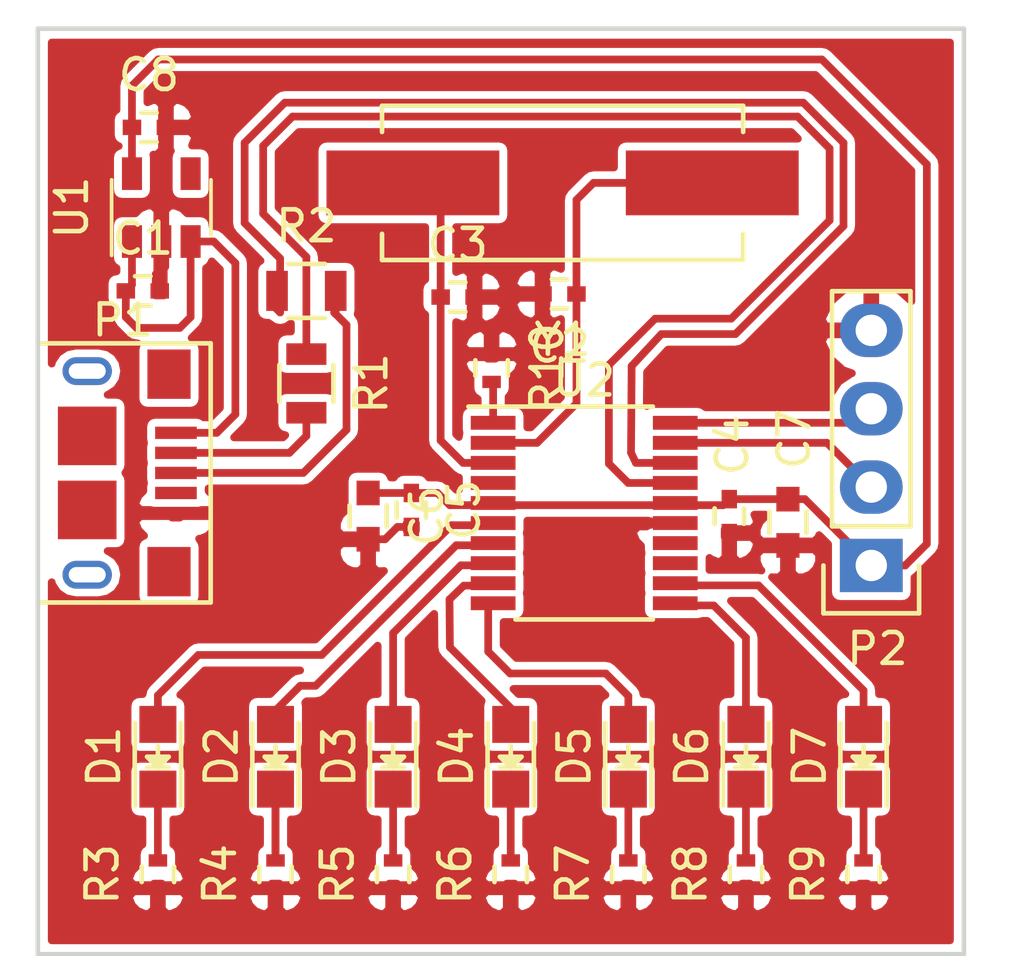
<source format=kicad_pcb>
(kicad_pcb (version 4) (host pcbnew 4.0.5+dfsg1-4)

  (general
    (links 55)
    (no_connects 0)
    (area 98.574999 68.945 132.033334 100.075001)
    (thickness 1.6)
    (drawings 4)
    (tracks 126)
    (zones 0)
    (modules 30)
    (nets 32)
  )

  (page A4)
  (layers
    (0 F.Cu signal)
    (31 B.Cu signal hide)
    (32 B.Adhes user hide)
    (33 F.Adhes user hide)
    (34 B.Paste user)
    (35 F.Paste user)
    (36 B.SilkS user)
    (37 F.SilkS user)
    (38 B.Mask user)
    (39 F.Mask user)
    (40 Dwgs.User user)
    (41 Cmts.User user)
    (42 Eco1.User user)
    (43 Eco2.User user)
    (44 Edge.Cuts user)
    (45 Margin user)
    (46 B.CrtYd user)
    (47 F.CrtYd user)
    (48 B.Fab user)
    (49 F.Fab user)
  )

  (setup
    (last_trace_width 0.25)
    (trace_clearance 0.2)
    (zone_clearance 0.25)
    (zone_45_only no)
    (trace_min 0.2)
    (segment_width 0.2)
    (edge_width 0.15)
    (via_size 0.6)
    (via_drill 0.4)
    (via_min_size 0.4)
    (via_min_drill 0.3)
    (uvia_size 0.3)
    (uvia_drill 0.1)
    (uvias_allowed no)
    (uvia_min_size 0.2)
    (uvia_min_drill 0.1)
    (pcb_text_width 0.3)
    (pcb_text_size 1.5 1.5)
    (mod_edge_width 0.15)
    (mod_text_size 1 1)
    (mod_text_width 0.15)
    (pad_size 1.524 1.524)
    (pad_drill 0.762)
    (pad_to_mask_clearance 0.2)
    (aux_axis_origin 0 0)
    (visible_elements FFFEFFFF)
    (pcbplotparams
      (layerselection 0x00008_00000001)
      (usegerberextensions false)
      (excludeedgelayer true)
      (linewidth 0.100000)
      (plotframeref false)
      (viasonmask false)
      (mode 1)
      (useauxorigin false)
      (hpglpennumber 1)
      (hpglpenspeed 20)
      (hpglpendiameter 15)
      (hpglpenoverlay 2)
      (psnegative false)
      (psa4output false)
      (plotreference true)
      (plotvalue true)
      (plotinvisibletext false)
      (padsonsilk false)
      (subtractmaskfromsilk false)
      (outputformat 5)
      (mirror false)
      (drillshape 0)
      (scaleselection 1)
      (outputdirectory ""))
  )

  (net 0 "")
  (net 1 +5V)
  (net 2 GND)
  (net 3 "Net-(C2-Pad1)")
  (net 4 "Net-(C3-Pad1)")
  (net 5 +3V3)
  (net 6 "Net-(D1-Pad1)")
  (net 7 "Net-(D2-Pad1)")
  (net 8 "Net-(D3-Pad1)")
  (net 9 "Net-(D4-Pad1)")
  (net 10 "Net-(D5-Pad1)")
  (net 11 "Net-(D6-Pad1)")
  (net 12 "Net-(D7-Pad1)")
  (net 13 SWDIO)
  (net 14 SWCLK)
  (net 15 USB_DM)
  (net 16 "Net-(P1-Pad2)")
  (net 17 USB_DP)
  (net 18 "Net-(P1-Pad3)")
  (net 19 "Net-(U1-Pad4)")
  (net 20 "Net-(U2-Pad4)")
  (net 21 /PA0)
  (net 22 /PA1)
  (net 23 /PA2)
  (net 24 /PA3)
  (net 25 /PA4)
  (net 26 /PA5)
  (net 27 /PA6)
  (net 28 "Net-(U2-Pad13)")
  (net 29 "Net-(U2-Pad14)")
  (net 30 "Net-(P1-Pad4)")
  (net 31 "Net-(R10-Pad2)")

  (net_class Default "This is the default net class."
    (clearance 0.2)
    (trace_width 0.25)
    (via_dia 0.6)
    (via_drill 0.4)
    (uvia_dia 0.3)
    (uvia_drill 0.1)
    (add_net +3V3)
    (add_net +5V)
    (add_net /PA0)
    (add_net /PA1)
    (add_net /PA2)
    (add_net /PA3)
    (add_net /PA4)
    (add_net /PA5)
    (add_net /PA6)
    (add_net GND)
    (add_net "Net-(C2-Pad1)")
    (add_net "Net-(C3-Pad1)")
    (add_net "Net-(D1-Pad1)")
    (add_net "Net-(D2-Pad1)")
    (add_net "Net-(D3-Pad1)")
    (add_net "Net-(D4-Pad1)")
    (add_net "Net-(D5-Pad1)")
    (add_net "Net-(D6-Pad1)")
    (add_net "Net-(D7-Pad1)")
    (add_net "Net-(P1-Pad2)")
    (add_net "Net-(P1-Pad3)")
    (add_net "Net-(P1-Pad4)")
    (add_net "Net-(R10-Pad2)")
    (add_net "Net-(U1-Pad4)")
    (add_net "Net-(U2-Pad13)")
    (add_net "Net-(U2-Pad14)")
    (add_net "Net-(U2-Pad4)")
    (add_net SWCLK)
    (add_net SWDIO)
    (add_net USB_DM)
    (add_net USB_DP)
  )

  (module Capacitors_SMD:C_0402 (layer F.Cu) (tedit 5415D599) (tstamp 5A6DC68E)
    (at 103.4 78.5)
    (descr "Capacitor SMD 0402, reflow soldering, AVX (see smccp.pdf)")
    (tags "capacitor 0402")
    (path /5A6DAF79)
    (attr smd)
    (fp_text reference C1 (at 0 -1.7) (layer F.SilkS)
      (effects (font (size 1 1) (thickness 0.15)))
    )
    (fp_text value 0.1uF (at 0 1.7) (layer F.Fab)
      (effects (font (size 1 1) (thickness 0.15)))
    )
    (fp_line (start -0.5 0.25) (end -0.5 -0.25) (layer F.Fab) (width 0.15))
    (fp_line (start 0.5 0.25) (end -0.5 0.25) (layer F.Fab) (width 0.15))
    (fp_line (start 0.5 -0.25) (end 0.5 0.25) (layer F.Fab) (width 0.15))
    (fp_line (start -0.5 -0.25) (end 0.5 -0.25) (layer F.Fab) (width 0.15))
    (fp_line (start -1.15 -0.6) (end 1.15 -0.6) (layer F.CrtYd) (width 0.05))
    (fp_line (start -1.15 0.6) (end 1.15 0.6) (layer F.CrtYd) (width 0.05))
    (fp_line (start -1.15 -0.6) (end -1.15 0.6) (layer F.CrtYd) (width 0.05))
    (fp_line (start 1.15 -0.6) (end 1.15 0.6) (layer F.CrtYd) (width 0.05))
    (fp_line (start 0.25 -0.475) (end -0.25 -0.475) (layer F.SilkS) (width 0.15))
    (fp_line (start -0.25 0.475) (end 0.25 0.475) (layer F.SilkS) (width 0.15))
    (pad 1 smd rect (at -0.55 0) (size 0.6 0.5) (layers F.Cu F.Paste F.Mask)
      (net 1 +5V))
    (pad 2 smd rect (at 0.55 0) (size 0.6 0.5) (layers F.Cu F.Paste F.Mask)
      (net 2 GND))
    (model Capacitors_SMD.3dshapes/C_0402.wrl
      (at (xyz 0 0 0))
      (scale (xyz 1 1 1))
      (rotate (xyz 0 0 0))
    )
  )

  (module Capacitors_SMD:C_0402 (layer F.Cu) (tedit 5415D599) (tstamp 5A6DC694)
    (at 116.9 78.6 180)
    (descr "Capacitor SMD 0402, reflow soldering, AVX (see smccp.pdf)")
    (tags "capacitor 0402")
    (path /5A6DC07D)
    (attr smd)
    (fp_text reference C2 (at 0 -1.7 180) (layer F.SilkS)
      (effects (font (size 1 1) (thickness 0.15)))
    )
    (fp_text value 18pF (at 0 1.7 180) (layer F.Fab)
      (effects (font (size 1 1) (thickness 0.15)))
    )
    (fp_line (start -0.5 0.25) (end -0.5 -0.25) (layer F.Fab) (width 0.15))
    (fp_line (start 0.5 0.25) (end -0.5 0.25) (layer F.Fab) (width 0.15))
    (fp_line (start 0.5 -0.25) (end 0.5 0.25) (layer F.Fab) (width 0.15))
    (fp_line (start -0.5 -0.25) (end 0.5 -0.25) (layer F.Fab) (width 0.15))
    (fp_line (start -1.15 -0.6) (end 1.15 -0.6) (layer F.CrtYd) (width 0.05))
    (fp_line (start -1.15 0.6) (end 1.15 0.6) (layer F.CrtYd) (width 0.05))
    (fp_line (start -1.15 -0.6) (end -1.15 0.6) (layer F.CrtYd) (width 0.05))
    (fp_line (start 1.15 -0.6) (end 1.15 0.6) (layer F.CrtYd) (width 0.05))
    (fp_line (start 0.25 -0.475) (end -0.25 -0.475) (layer F.SilkS) (width 0.15))
    (fp_line (start -0.25 0.475) (end 0.25 0.475) (layer F.SilkS) (width 0.15))
    (pad 1 smd rect (at -0.55 0 180) (size 0.6 0.5) (layers F.Cu F.Paste F.Mask)
      (net 3 "Net-(C2-Pad1)"))
    (pad 2 smd rect (at 0.55 0 180) (size 0.6 0.5) (layers F.Cu F.Paste F.Mask)
      (net 2 GND))
    (model Capacitors_SMD.3dshapes/C_0402.wrl
      (at (xyz 0 0 0))
      (scale (xyz 1 1 1))
      (rotate (xyz 0 0 0))
    )
  )

  (module Capacitors_SMD:C_0402 (layer F.Cu) (tedit 5415D599) (tstamp 5A6DC69A)
    (at 113.6 78.7)
    (descr "Capacitor SMD 0402, reflow soldering, AVX (see smccp.pdf)")
    (tags "capacitor 0402")
    (path /5A6DC6AF)
    (attr smd)
    (fp_text reference C3 (at 0 -1.7) (layer F.SilkS)
      (effects (font (size 1 1) (thickness 0.15)))
    )
    (fp_text value 18pF (at 0 1.7) (layer F.Fab)
      (effects (font (size 1 1) (thickness 0.15)))
    )
    (fp_line (start -0.5 0.25) (end -0.5 -0.25) (layer F.Fab) (width 0.15))
    (fp_line (start 0.5 0.25) (end -0.5 0.25) (layer F.Fab) (width 0.15))
    (fp_line (start 0.5 -0.25) (end 0.5 0.25) (layer F.Fab) (width 0.15))
    (fp_line (start -0.5 -0.25) (end 0.5 -0.25) (layer F.Fab) (width 0.15))
    (fp_line (start -1.15 -0.6) (end 1.15 -0.6) (layer F.CrtYd) (width 0.05))
    (fp_line (start -1.15 0.6) (end 1.15 0.6) (layer F.CrtYd) (width 0.05))
    (fp_line (start -1.15 -0.6) (end -1.15 0.6) (layer F.CrtYd) (width 0.05))
    (fp_line (start 1.15 -0.6) (end 1.15 0.6) (layer F.CrtYd) (width 0.05))
    (fp_line (start 0.25 -0.475) (end -0.25 -0.475) (layer F.SilkS) (width 0.15))
    (fp_line (start -0.25 0.475) (end 0.25 0.475) (layer F.SilkS) (width 0.15))
    (pad 1 smd rect (at -0.55 0) (size 0.6 0.5) (layers F.Cu F.Paste F.Mask)
      (net 4 "Net-(C3-Pad1)"))
    (pad 2 smd rect (at 0.55 0) (size 0.6 0.5) (layers F.Cu F.Paste F.Mask)
      (net 2 GND))
    (model Capacitors_SMD.3dshapes/C_0402.wrl
      (at (xyz 0 0 0))
      (scale (xyz 1 1 1))
      (rotate (xyz 0 0 0))
    )
  )

  (module Capacitors_SMD:C_0402 (layer F.Cu) (tedit 5A6DDBDA) (tstamp 5A6DC6A0)
    (at 122.4 85.8 270)
    (descr "Capacitor SMD 0402, reflow soldering, AVX (see smccp.pdf)")
    (tags "capacitor 0402")
    (path /5A6DAE50)
    (attr smd)
    (fp_text reference C4 (at -2.3 -0.1 270) (layer F.SilkS)
      (effects (font (size 1 1) (thickness 0.15)))
    )
    (fp_text value 0.1uF (at 0 1.7 270) (layer F.Fab)
      (effects (font (size 1 1) (thickness 0.15)))
    )
    (fp_line (start -0.5 0.25) (end -0.5 -0.25) (layer F.Fab) (width 0.15))
    (fp_line (start 0.5 0.25) (end -0.5 0.25) (layer F.Fab) (width 0.15))
    (fp_line (start 0.5 -0.25) (end 0.5 0.25) (layer F.Fab) (width 0.15))
    (fp_line (start -0.5 -0.25) (end 0.5 -0.25) (layer F.Fab) (width 0.15))
    (fp_line (start -1.15 -0.6) (end 1.15 -0.6) (layer F.CrtYd) (width 0.05))
    (fp_line (start -1.15 0.6) (end 1.15 0.6) (layer F.CrtYd) (width 0.05))
    (fp_line (start -1.15 -0.6) (end -1.15 0.6) (layer F.CrtYd) (width 0.05))
    (fp_line (start 1.15 -0.6) (end 1.15 0.6) (layer F.CrtYd) (width 0.05))
    (fp_line (start 0.25 -0.475) (end -0.25 -0.475) (layer F.SilkS) (width 0.15))
    (fp_line (start -0.25 0.475) (end 0.25 0.475) (layer F.SilkS) (width 0.15))
    (pad 1 smd rect (at -0.55 0 270) (size 0.6 0.5) (layers F.Cu F.Paste F.Mask)
      (net 5 +3V3))
    (pad 2 smd rect (at 0.55 0 270) (size 0.6 0.5) (layers F.Cu F.Paste F.Mask)
      (net 2 GND))
    (model Capacitors_SMD.3dshapes/C_0402.wrl
      (at (xyz 0 0 0))
      (scale (xyz 1 1 1))
      (rotate (xyz 0 0 0))
    )
  )

  (module Capacitors_SMD:C_0402 (layer F.Cu) (tedit 5415D599) (tstamp 5A6DC6A6)
    (at 112.1 85.6 270)
    (descr "Capacitor SMD 0402, reflow soldering, AVX (see smccp.pdf)")
    (tags "capacitor 0402")
    (path /5A6D9DBB)
    (attr smd)
    (fp_text reference C5 (at 0 -1.7 270) (layer F.SilkS)
      (effects (font (size 1 1) (thickness 0.15)))
    )
    (fp_text value 0.1uF (at 0 1.7 270) (layer F.Fab)
      (effects (font (size 1 1) (thickness 0.15)))
    )
    (fp_line (start -0.5 0.25) (end -0.5 -0.25) (layer F.Fab) (width 0.15))
    (fp_line (start 0.5 0.25) (end -0.5 0.25) (layer F.Fab) (width 0.15))
    (fp_line (start 0.5 -0.25) (end 0.5 0.25) (layer F.Fab) (width 0.15))
    (fp_line (start -0.5 -0.25) (end 0.5 -0.25) (layer F.Fab) (width 0.15))
    (fp_line (start -1.15 -0.6) (end 1.15 -0.6) (layer F.CrtYd) (width 0.05))
    (fp_line (start -1.15 0.6) (end 1.15 0.6) (layer F.CrtYd) (width 0.05))
    (fp_line (start -1.15 -0.6) (end -1.15 0.6) (layer F.CrtYd) (width 0.05))
    (fp_line (start 1.15 -0.6) (end 1.15 0.6) (layer F.CrtYd) (width 0.05))
    (fp_line (start 0.25 -0.475) (end -0.25 -0.475) (layer F.SilkS) (width 0.15))
    (fp_line (start -0.25 0.475) (end 0.25 0.475) (layer F.SilkS) (width 0.15))
    (pad 1 smd rect (at -0.55 0 270) (size 0.6 0.5) (layers F.Cu F.Paste F.Mask)
      (net 5 +3V3))
    (pad 2 smd rect (at 0.55 0 270) (size 0.6 0.5) (layers F.Cu F.Paste F.Mask)
      (net 2 GND))
    (model Capacitors_SMD.3dshapes/C_0402.wrl
      (at (xyz 0 0 0))
      (scale (xyz 1 1 1))
      (rotate (xyz 0 0 0))
    )
  )

  (module Capacitors_SMD:C_0603 (layer F.Cu) (tedit 5415D631) (tstamp 5A6DC6AC)
    (at 110.7 85.8 270)
    (descr "Capacitor SMD 0603, reflow soldering, AVX (see smccp.pdf)")
    (tags "capacitor 0603")
    (path /5A6DF709)
    (attr smd)
    (fp_text reference C6 (at 0 -1.9 270) (layer F.SilkS)
      (effects (font (size 1 1) (thickness 0.15)))
    )
    (fp_text value 4.7uF (at 0 1.9 270) (layer F.Fab)
      (effects (font (size 1 1) (thickness 0.15)))
    )
    (fp_line (start -0.8 0.4) (end -0.8 -0.4) (layer F.Fab) (width 0.15))
    (fp_line (start 0.8 0.4) (end -0.8 0.4) (layer F.Fab) (width 0.15))
    (fp_line (start 0.8 -0.4) (end 0.8 0.4) (layer F.Fab) (width 0.15))
    (fp_line (start -0.8 -0.4) (end 0.8 -0.4) (layer F.Fab) (width 0.15))
    (fp_line (start -1.45 -0.75) (end 1.45 -0.75) (layer F.CrtYd) (width 0.05))
    (fp_line (start -1.45 0.75) (end 1.45 0.75) (layer F.CrtYd) (width 0.05))
    (fp_line (start -1.45 -0.75) (end -1.45 0.75) (layer F.CrtYd) (width 0.05))
    (fp_line (start 1.45 -0.75) (end 1.45 0.75) (layer F.CrtYd) (width 0.05))
    (fp_line (start -0.35 -0.6) (end 0.35 -0.6) (layer F.SilkS) (width 0.15))
    (fp_line (start 0.35 0.6) (end -0.35 0.6) (layer F.SilkS) (width 0.15))
    (pad 1 smd rect (at -0.75 0 270) (size 0.8 0.75) (layers F.Cu F.Paste F.Mask)
      (net 5 +3V3))
    (pad 2 smd rect (at 0.75 0 270) (size 0.8 0.75) (layers F.Cu F.Paste F.Mask)
      (net 2 GND))
    (model Capacitors_SMD.3dshapes/C_0603.wrl
      (at (xyz 0 0 0))
      (scale (xyz 1 1 1))
      (rotate (xyz 0 0 0))
    )
  )

  (module Capacitors_SMD:C_0603 (layer F.Cu) (tedit 5A6DDBDF) (tstamp 5A6DC6B2)
    (at 124.3 86 270)
    (descr "Capacitor SMD 0603, reflow soldering, AVX (see smccp.pdf)")
    (tags "capacitor 0603")
    (path /5A6DF75D)
    (attr smd)
    (fp_text reference C7 (at -2.7 -0.2 270) (layer F.SilkS)
      (effects (font (size 1 1) (thickness 0.15)))
    )
    (fp_text value 4.7uF (at 0 1.9 270) (layer F.Fab)
      (effects (font (size 1 1) (thickness 0.15)))
    )
    (fp_line (start -0.8 0.4) (end -0.8 -0.4) (layer F.Fab) (width 0.15))
    (fp_line (start 0.8 0.4) (end -0.8 0.4) (layer F.Fab) (width 0.15))
    (fp_line (start 0.8 -0.4) (end 0.8 0.4) (layer F.Fab) (width 0.15))
    (fp_line (start -0.8 -0.4) (end 0.8 -0.4) (layer F.Fab) (width 0.15))
    (fp_line (start -1.45 -0.75) (end 1.45 -0.75) (layer F.CrtYd) (width 0.05))
    (fp_line (start -1.45 0.75) (end 1.45 0.75) (layer F.CrtYd) (width 0.05))
    (fp_line (start -1.45 -0.75) (end -1.45 0.75) (layer F.CrtYd) (width 0.05))
    (fp_line (start 1.45 -0.75) (end 1.45 0.75) (layer F.CrtYd) (width 0.05))
    (fp_line (start -0.35 -0.6) (end 0.35 -0.6) (layer F.SilkS) (width 0.15))
    (fp_line (start 0.35 0.6) (end -0.35 0.6) (layer F.SilkS) (width 0.15))
    (pad 1 smd rect (at -0.75 0 270) (size 0.8 0.75) (layers F.Cu F.Paste F.Mask)
      (net 5 +3V3))
    (pad 2 smd rect (at 0.75 0 270) (size 0.8 0.75) (layers F.Cu F.Paste F.Mask)
      (net 2 GND))
    (model Capacitors_SMD.3dshapes/C_0603.wrl
      (at (xyz 0 0 0))
      (scale (xyz 1 1 1))
      (rotate (xyz 0 0 0))
    )
  )

  (module Capacitors_SMD:C_0402 (layer F.Cu) (tedit 5415D599) (tstamp 5A6DC6B8)
    (at 103.6 73.2)
    (descr "Capacitor SMD 0402, reflow soldering, AVX (see smccp.pdf)")
    (tags "capacitor 0402")
    (path /5A6D9E52)
    (attr smd)
    (fp_text reference C8 (at 0 -1.7) (layer F.SilkS)
      (effects (font (size 1 1) (thickness 0.15)))
    )
    (fp_text value 0.1uF (at 0 1.7) (layer F.Fab)
      (effects (font (size 1 1) (thickness 0.15)))
    )
    (fp_line (start -0.5 0.25) (end -0.5 -0.25) (layer F.Fab) (width 0.15))
    (fp_line (start 0.5 0.25) (end -0.5 0.25) (layer F.Fab) (width 0.15))
    (fp_line (start 0.5 -0.25) (end 0.5 0.25) (layer F.Fab) (width 0.15))
    (fp_line (start -0.5 -0.25) (end 0.5 -0.25) (layer F.Fab) (width 0.15))
    (fp_line (start -1.15 -0.6) (end 1.15 -0.6) (layer F.CrtYd) (width 0.05))
    (fp_line (start -1.15 0.6) (end 1.15 0.6) (layer F.CrtYd) (width 0.05))
    (fp_line (start -1.15 -0.6) (end -1.15 0.6) (layer F.CrtYd) (width 0.05))
    (fp_line (start 1.15 -0.6) (end 1.15 0.6) (layer F.CrtYd) (width 0.05))
    (fp_line (start 0.25 -0.475) (end -0.25 -0.475) (layer F.SilkS) (width 0.15))
    (fp_line (start -0.25 0.475) (end 0.25 0.475) (layer F.SilkS) (width 0.15))
    (pad 1 smd rect (at -0.55 0) (size 0.6 0.5) (layers F.Cu F.Paste F.Mask)
      (net 5 +3V3))
    (pad 2 smd rect (at 0.55 0) (size 0.6 0.5) (layers F.Cu F.Paste F.Mask)
      (net 2 GND))
    (model Capacitors_SMD.3dshapes/C_0402.wrl
      (at (xyz 0 0 0))
      (scale (xyz 1 1 1))
      (rotate (xyz 0 0 0))
    )
  )

  (module Pin_Headers:Pin_Header_Straight_1x04 (layer F.Cu) (tedit 5A6DDBE4) (tstamp 5A6DC6EA)
    (at 127 87.4 180)
    (descr "Through hole pin header")
    (tags "pin header")
    (path /5A6E1A4D)
    (fp_text reference P2 (at -0.2 -2.7 180) (layer F.SilkS)
      (effects (font (size 1 1) (thickness 0.15)))
    )
    (fp_text value CONN_01X04 (at 0 -3.1 180) (layer F.Fab)
      (effects (font (size 1 1) (thickness 0.15)))
    )
    (fp_line (start -1.75 -1.75) (end -1.75 9.4) (layer F.CrtYd) (width 0.05))
    (fp_line (start 1.75 -1.75) (end 1.75 9.4) (layer F.CrtYd) (width 0.05))
    (fp_line (start -1.75 -1.75) (end 1.75 -1.75) (layer F.CrtYd) (width 0.05))
    (fp_line (start -1.75 9.4) (end 1.75 9.4) (layer F.CrtYd) (width 0.05))
    (fp_line (start -1.27 1.27) (end -1.27 8.89) (layer F.SilkS) (width 0.15))
    (fp_line (start 1.27 1.27) (end 1.27 8.89) (layer F.SilkS) (width 0.15))
    (fp_line (start 1.55 -1.55) (end 1.55 0) (layer F.SilkS) (width 0.15))
    (fp_line (start -1.27 8.89) (end 1.27 8.89) (layer F.SilkS) (width 0.15))
    (fp_line (start 1.27 1.27) (end -1.27 1.27) (layer F.SilkS) (width 0.15))
    (fp_line (start -1.55 0) (end -1.55 -1.55) (layer F.SilkS) (width 0.15))
    (fp_line (start -1.55 -1.55) (end 1.55 -1.55) (layer F.SilkS) (width 0.15))
    (pad 1 thru_hole rect (at 0 0 180) (size 2.032 1.7272) (drill 1.016) (layers *.Cu *.Mask)
      (net 5 +3V3))
    (pad 2 thru_hole oval (at 0 2.54 180) (size 2.032 1.7272) (drill 1.016) (layers *.Cu *.Mask)
      (net 13 SWDIO))
    (pad 3 thru_hole oval (at 0 5.08 180) (size 2.032 1.7272) (drill 1.016) (layers *.Cu *.Mask)
      (net 14 SWCLK))
    (pad 4 thru_hole oval (at 0 7.62 180) (size 2.032 1.7272) (drill 1.016) (layers *.Cu *.Mask)
      (net 2 GND))
    (model Pin_Headers.3dshapes/Pin_Header_Straight_1x04.wrl
      (at (xyz 0 -0.15 0))
      (scale (xyz 1 1 1))
      (rotate (xyz 0 0 90))
    )
  )

  (module Resistors_SMD:R_0402 (layer F.Cu) (tedit 58307A8A) (tstamp 5A6DC6FC)
    (at 103.89 97.41 90)
    (descr "Resistor SMD 0402, reflow soldering, Vishay (see dcrcw.pdf)")
    (tags "resistor 0402")
    (path /5A6E2926)
    (attr smd)
    (fp_text reference R3 (at 0 -1.8 90) (layer F.SilkS)
      (effects (font (size 1 1) (thickness 0.15)))
    )
    (fp_text value 220R (at 0 1.8 90) (layer F.Fab)
      (effects (font (size 1 1) (thickness 0.15)))
    )
    (fp_line (start -0.5 0.25) (end -0.5 -0.25) (layer F.Fab) (width 0.1))
    (fp_line (start 0.5 0.25) (end -0.5 0.25) (layer F.Fab) (width 0.1))
    (fp_line (start 0.5 -0.25) (end 0.5 0.25) (layer F.Fab) (width 0.1))
    (fp_line (start -0.5 -0.25) (end 0.5 -0.25) (layer F.Fab) (width 0.1))
    (fp_line (start -0.95 -0.65) (end 0.95 -0.65) (layer F.CrtYd) (width 0.05))
    (fp_line (start -0.95 0.65) (end 0.95 0.65) (layer F.CrtYd) (width 0.05))
    (fp_line (start -0.95 -0.65) (end -0.95 0.65) (layer F.CrtYd) (width 0.05))
    (fp_line (start 0.95 -0.65) (end 0.95 0.65) (layer F.CrtYd) (width 0.05))
    (fp_line (start 0.25 -0.525) (end -0.25 -0.525) (layer F.SilkS) (width 0.15))
    (fp_line (start -0.25 0.525) (end 0.25 0.525) (layer F.SilkS) (width 0.15))
    (pad 1 smd rect (at -0.45 0 90) (size 0.4 0.6) (layers F.Cu F.Paste F.Mask)
      (net 2 GND))
    (pad 2 smd rect (at 0.45 0 90) (size 0.4 0.6) (layers F.Cu F.Paste F.Mask)
      (net 6 "Net-(D1-Pad1)"))
    (model Resistors_SMD.3dshapes/R_0402.wrl
      (at (xyz 0 0 0))
      (scale (xyz 1 1 1))
      (rotate (xyz 0 0 0))
    )
  )

  (module Resistors_SMD:R_0402 (layer F.Cu) (tedit 58307A8A) (tstamp 5A6DC702)
    (at 107.7 97.41 90)
    (descr "Resistor SMD 0402, reflow soldering, Vishay (see dcrcw.pdf)")
    (tags "resistor 0402")
    (path /5A6E2BA0)
    (attr smd)
    (fp_text reference R4 (at 0 -1.8 90) (layer F.SilkS)
      (effects (font (size 1 1) (thickness 0.15)))
    )
    (fp_text value 220R (at 0 1.8 90) (layer F.Fab)
      (effects (font (size 1 1) (thickness 0.15)))
    )
    (fp_line (start -0.5 0.25) (end -0.5 -0.25) (layer F.Fab) (width 0.1))
    (fp_line (start 0.5 0.25) (end -0.5 0.25) (layer F.Fab) (width 0.1))
    (fp_line (start 0.5 -0.25) (end 0.5 0.25) (layer F.Fab) (width 0.1))
    (fp_line (start -0.5 -0.25) (end 0.5 -0.25) (layer F.Fab) (width 0.1))
    (fp_line (start -0.95 -0.65) (end 0.95 -0.65) (layer F.CrtYd) (width 0.05))
    (fp_line (start -0.95 0.65) (end 0.95 0.65) (layer F.CrtYd) (width 0.05))
    (fp_line (start -0.95 -0.65) (end -0.95 0.65) (layer F.CrtYd) (width 0.05))
    (fp_line (start 0.95 -0.65) (end 0.95 0.65) (layer F.CrtYd) (width 0.05))
    (fp_line (start 0.25 -0.525) (end -0.25 -0.525) (layer F.SilkS) (width 0.15))
    (fp_line (start -0.25 0.525) (end 0.25 0.525) (layer F.SilkS) (width 0.15))
    (pad 1 smd rect (at -0.45 0 90) (size 0.4 0.6) (layers F.Cu F.Paste F.Mask)
      (net 2 GND))
    (pad 2 smd rect (at 0.45 0 90) (size 0.4 0.6) (layers F.Cu F.Paste F.Mask)
      (net 7 "Net-(D2-Pad1)"))
    (model Resistors_SMD.3dshapes/R_0402.wrl
      (at (xyz 0 0 0))
      (scale (xyz 1 1 1))
      (rotate (xyz 0 0 0))
    )
  )

  (module Resistors_SMD:R_0402 (layer F.Cu) (tedit 58307A8A) (tstamp 5A6DC708)
    (at 111.51 97.41 90)
    (descr "Resistor SMD 0402, reflow soldering, Vishay (see dcrcw.pdf)")
    (tags "resistor 0402")
    (path /5A6E2C00)
    (attr smd)
    (fp_text reference R5 (at 0 -1.8 90) (layer F.SilkS)
      (effects (font (size 1 1) (thickness 0.15)))
    )
    (fp_text value 220R (at 0 1.8 90) (layer F.Fab)
      (effects (font (size 1 1) (thickness 0.15)))
    )
    (fp_line (start -0.5 0.25) (end -0.5 -0.25) (layer F.Fab) (width 0.1))
    (fp_line (start 0.5 0.25) (end -0.5 0.25) (layer F.Fab) (width 0.1))
    (fp_line (start 0.5 -0.25) (end 0.5 0.25) (layer F.Fab) (width 0.1))
    (fp_line (start -0.5 -0.25) (end 0.5 -0.25) (layer F.Fab) (width 0.1))
    (fp_line (start -0.95 -0.65) (end 0.95 -0.65) (layer F.CrtYd) (width 0.05))
    (fp_line (start -0.95 0.65) (end 0.95 0.65) (layer F.CrtYd) (width 0.05))
    (fp_line (start -0.95 -0.65) (end -0.95 0.65) (layer F.CrtYd) (width 0.05))
    (fp_line (start 0.95 -0.65) (end 0.95 0.65) (layer F.CrtYd) (width 0.05))
    (fp_line (start 0.25 -0.525) (end -0.25 -0.525) (layer F.SilkS) (width 0.15))
    (fp_line (start -0.25 0.525) (end 0.25 0.525) (layer F.SilkS) (width 0.15))
    (pad 1 smd rect (at -0.45 0 90) (size 0.4 0.6) (layers F.Cu F.Paste F.Mask)
      (net 2 GND))
    (pad 2 smd rect (at 0.45 0 90) (size 0.4 0.6) (layers F.Cu F.Paste F.Mask)
      (net 8 "Net-(D3-Pad1)"))
    (model Resistors_SMD.3dshapes/R_0402.wrl
      (at (xyz 0 0 0))
      (scale (xyz 1 1 1))
      (rotate (xyz 0 0 0))
    )
  )

  (module Resistors_SMD:R_0402 (layer F.Cu) (tedit 58307A8A) (tstamp 5A6DC70E)
    (at 115.32 97.41 90)
    (descr "Resistor SMD 0402, reflow soldering, Vishay (see dcrcw.pdf)")
    (tags "resistor 0402")
    (path /5A6E2D02)
    (attr smd)
    (fp_text reference R6 (at 0 -1.8 90) (layer F.SilkS)
      (effects (font (size 1 1) (thickness 0.15)))
    )
    (fp_text value 220R (at 0 1.8 90) (layer F.Fab)
      (effects (font (size 1 1) (thickness 0.15)))
    )
    (fp_line (start -0.5 0.25) (end -0.5 -0.25) (layer F.Fab) (width 0.1))
    (fp_line (start 0.5 0.25) (end -0.5 0.25) (layer F.Fab) (width 0.1))
    (fp_line (start 0.5 -0.25) (end 0.5 0.25) (layer F.Fab) (width 0.1))
    (fp_line (start -0.5 -0.25) (end 0.5 -0.25) (layer F.Fab) (width 0.1))
    (fp_line (start -0.95 -0.65) (end 0.95 -0.65) (layer F.CrtYd) (width 0.05))
    (fp_line (start -0.95 0.65) (end 0.95 0.65) (layer F.CrtYd) (width 0.05))
    (fp_line (start -0.95 -0.65) (end -0.95 0.65) (layer F.CrtYd) (width 0.05))
    (fp_line (start 0.95 -0.65) (end 0.95 0.65) (layer F.CrtYd) (width 0.05))
    (fp_line (start 0.25 -0.525) (end -0.25 -0.525) (layer F.SilkS) (width 0.15))
    (fp_line (start -0.25 0.525) (end 0.25 0.525) (layer F.SilkS) (width 0.15))
    (pad 1 smd rect (at -0.45 0 90) (size 0.4 0.6) (layers F.Cu F.Paste F.Mask)
      (net 2 GND))
    (pad 2 smd rect (at 0.45 0 90) (size 0.4 0.6) (layers F.Cu F.Paste F.Mask)
      (net 9 "Net-(D4-Pad1)"))
    (model Resistors_SMD.3dshapes/R_0402.wrl
      (at (xyz 0 0 0))
      (scale (xyz 1 1 1))
      (rotate (xyz 0 0 0))
    )
  )

  (module Resistors_SMD:R_0402 (layer F.Cu) (tedit 58307A8A) (tstamp 5A6DC714)
    (at 119.13 97.41 90)
    (descr "Resistor SMD 0402, reflow soldering, Vishay (see dcrcw.pdf)")
    (tags "resistor 0402")
    (path /5A6E2F3A)
    (attr smd)
    (fp_text reference R7 (at 0 -1.8 90) (layer F.SilkS)
      (effects (font (size 1 1) (thickness 0.15)))
    )
    (fp_text value 220R (at 0 1.8 90) (layer F.Fab)
      (effects (font (size 1 1) (thickness 0.15)))
    )
    (fp_line (start -0.5 0.25) (end -0.5 -0.25) (layer F.Fab) (width 0.1))
    (fp_line (start 0.5 0.25) (end -0.5 0.25) (layer F.Fab) (width 0.1))
    (fp_line (start 0.5 -0.25) (end 0.5 0.25) (layer F.Fab) (width 0.1))
    (fp_line (start -0.5 -0.25) (end 0.5 -0.25) (layer F.Fab) (width 0.1))
    (fp_line (start -0.95 -0.65) (end 0.95 -0.65) (layer F.CrtYd) (width 0.05))
    (fp_line (start -0.95 0.65) (end 0.95 0.65) (layer F.CrtYd) (width 0.05))
    (fp_line (start -0.95 -0.65) (end -0.95 0.65) (layer F.CrtYd) (width 0.05))
    (fp_line (start 0.95 -0.65) (end 0.95 0.65) (layer F.CrtYd) (width 0.05))
    (fp_line (start 0.25 -0.525) (end -0.25 -0.525) (layer F.SilkS) (width 0.15))
    (fp_line (start -0.25 0.525) (end 0.25 0.525) (layer F.SilkS) (width 0.15))
    (pad 1 smd rect (at -0.45 0 90) (size 0.4 0.6) (layers F.Cu F.Paste F.Mask)
      (net 2 GND))
    (pad 2 smd rect (at 0.45 0 90) (size 0.4 0.6) (layers F.Cu F.Paste F.Mask)
      (net 10 "Net-(D5-Pad1)"))
    (model Resistors_SMD.3dshapes/R_0402.wrl
      (at (xyz 0 0 0))
      (scale (xyz 1 1 1))
      (rotate (xyz 0 0 0))
    )
  )

  (module Resistors_SMD:R_0402 (layer F.Cu) (tedit 58307A8A) (tstamp 5A6DC71A)
    (at 122.94 97.41 90)
    (descr "Resistor SMD 0402, reflow soldering, Vishay (see dcrcw.pdf)")
    (tags "resistor 0402")
    (path /5A6E2FA1)
    (attr smd)
    (fp_text reference R8 (at 0 -1.8 90) (layer F.SilkS)
      (effects (font (size 1 1) (thickness 0.15)))
    )
    (fp_text value 220R (at 0 1.8 90) (layer F.Fab)
      (effects (font (size 1 1) (thickness 0.15)))
    )
    (fp_line (start -0.5 0.25) (end -0.5 -0.25) (layer F.Fab) (width 0.1))
    (fp_line (start 0.5 0.25) (end -0.5 0.25) (layer F.Fab) (width 0.1))
    (fp_line (start 0.5 -0.25) (end 0.5 0.25) (layer F.Fab) (width 0.1))
    (fp_line (start -0.5 -0.25) (end 0.5 -0.25) (layer F.Fab) (width 0.1))
    (fp_line (start -0.95 -0.65) (end 0.95 -0.65) (layer F.CrtYd) (width 0.05))
    (fp_line (start -0.95 0.65) (end 0.95 0.65) (layer F.CrtYd) (width 0.05))
    (fp_line (start -0.95 -0.65) (end -0.95 0.65) (layer F.CrtYd) (width 0.05))
    (fp_line (start 0.95 -0.65) (end 0.95 0.65) (layer F.CrtYd) (width 0.05))
    (fp_line (start 0.25 -0.525) (end -0.25 -0.525) (layer F.SilkS) (width 0.15))
    (fp_line (start -0.25 0.525) (end 0.25 0.525) (layer F.SilkS) (width 0.15))
    (pad 1 smd rect (at -0.45 0 90) (size 0.4 0.6) (layers F.Cu F.Paste F.Mask)
      (net 2 GND))
    (pad 2 smd rect (at 0.45 0 90) (size 0.4 0.6) (layers F.Cu F.Paste F.Mask)
      (net 11 "Net-(D6-Pad1)"))
    (model Resistors_SMD.3dshapes/R_0402.wrl
      (at (xyz 0 0 0))
      (scale (xyz 1 1 1))
      (rotate (xyz 0 0 0))
    )
  )

  (module Resistors_SMD:R_0402 (layer F.Cu) (tedit 58307A8A) (tstamp 5A6DC720)
    (at 126.75 97.41 90)
    (descr "Resistor SMD 0402, reflow soldering, Vishay (see dcrcw.pdf)")
    (tags "resistor 0402")
    (path /5A6E32E1)
    (attr smd)
    (fp_text reference R9 (at 0 -1.8 90) (layer F.SilkS)
      (effects (font (size 1 1) (thickness 0.15)))
    )
    (fp_text value 220R (at 0 1.8 90) (layer F.Fab)
      (effects (font (size 1 1) (thickness 0.15)))
    )
    (fp_line (start -0.5 0.25) (end -0.5 -0.25) (layer F.Fab) (width 0.1))
    (fp_line (start 0.5 0.25) (end -0.5 0.25) (layer F.Fab) (width 0.1))
    (fp_line (start 0.5 -0.25) (end 0.5 0.25) (layer F.Fab) (width 0.1))
    (fp_line (start -0.5 -0.25) (end 0.5 -0.25) (layer F.Fab) (width 0.1))
    (fp_line (start -0.95 -0.65) (end 0.95 -0.65) (layer F.CrtYd) (width 0.05))
    (fp_line (start -0.95 0.65) (end 0.95 0.65) (layer F.CrtYd) (width 0.05))
    (fp_line (start -0.95 -0.65) (end -0.95 0.65) (layer F.CrtYd) (width 0.05))
    (fp_line (start 0.95 -0.65) (end 0.95 0.65) (layer F.CrtYd) (width 0.05))
    (fp_line (start 0.25 -0.525) (end -0.25 -0.525) (layer F.SilkS) (width 0.15))
    (fp_line (start -0.25 0.525) (end 0.25 0.525) (layer F.SilkS) (width 0.15))
    (pad 1 smd rect (at -0.45 0 90) (size 0.4 0.6) (layers F.Cu F.Paste F.Mask)
      (net 2 GND))
    (pad 2 smd rect (at 0.45 0 90) (size 0.4 0.6) (layers F.Cu F.Paste F.Mask)
      (net 12 "Net-(D7-Pad1)"))
    (model Resistors_SMD.3dshapes/R_0402.wrl
      (at (xyz 0 0 0))
      (scale (xyz 1 1 1))
      (rotate (xyz 0 0 0))
    )
  )

  (module Crystals:Crystal_HC49-SD_SMD (layer F.Cu) (tedit 0) (tstamp 5A6DC747)
    (at 117 75 180)
    (descr "Crystal Quarz HC49-SD SMD")
    (tags "Crystal Quarz HC49-SD SMD")
    (path /5A6DBF7C)
    (attr smd)
    (fp_text reference Y1 (at 0 -5.08 180) (layer F.SilkS)
      (effects (font (size 1 1) (thickness 0.15)))
    )
    (fp_text value 8MHz (at 2.54 5.08 180) (layer F.Fab)
      (effects (font (size 1 1) (thickness 0.15)))
    )
    (fp_circle (center 0 0) (end 0.8509 0) (layer F.Adhes) (width 0.381))
    (fp_circle (center 0 0) (end 0.50038 0) (layer F.Adhes) (width 0.381))
    (fp_circle (center 0 0) (end 0.14986 0.0508) (layer F.Adhes) (width 0.381))
    (fp_line (start -5.84962 2.49936) (end 5.84962 2.49936) (layer F.SilkS) (width 0.15))
    (fp_line (start 5.84962 -2.49936) (end -5.84962 -2.49936) (layer F.SilkS) (width 0.15))
    (fp_line (start 5.84962 2.49936) (end 5.84962 1.651) (layer F.SilkS) (width 0.15))
    (fp_line (start 5.84962 -2.49936) (end 5.84962 -1.651) (layer F.SilkS) (width 0.15))
    (fp_line (start -5.84962 2.49936) (end -5.84962 1.651) (layer F.SilkS) (width 0.15))
    (fp_line (start -5.84962 -2.49936) (end -5.84962 -1.651) (layer F.SilkS) (width 0.15))
    (pad 1 smd rect (at -4.84886 0 180) (size 5.6007 2.10058) (layers F.Cu F.Paste F.Mask)
      (net 3 "Net-(C2-Pad1)"))
    (pad 2 smd rect (at 4.84886 0 180) (size 5.6007 2.10058) (layers F.Cu F.Paste F.Mask)
      (net 4 "Net-(C3-Pad1)"))
  )

  (module conn-fci:FCI_10118193-0001LF (layer F.Cu) (tedit 582107E7) (tstamp 5A6DD41E)
    (at 101.6 84.4 270)
    (path /5A6D9347)
    (solder_mask_margin 0.1)
    (fp_text reference P1 (at -4.95 -1.15 360) (layer F.SilkS)
      (effects (font (size 1 1) (thickness 0.15)))
    )
    (fp_text value USB_OTG (at 0 0 270) (layer F.Fab)
      (effects (font (size 0.5 0.5) (thickness 0.1)))
    )
    (fp_line (start 4.2 1.5) (end 4.2 -4) (layer F.SilkS) (width 0.15))
    (fp_line (start 4.2 -4) (end -4.2 -4) (layer F.SilkS) (width 0.15))
    (fp_line (start -4.2 -4) (end -4.2 1.5) (layer F.SilkS) (width 0.15))
    (fp_line (start -4.2 -4) (end 4.2 -4) (layer F.CrtYd) (width 0.05))
    (fp_line (start 4.2 -4) (end 4.2 2.8) (layer F.CrtYd) (width 0.05))
    (fp_line (start 4.2 2.8) (end -4.2 2.8) (layer F.CrtYd) (width 0.05))
    (fp_line (start -4.2 2.8) (end -4.2 -4) (layer F.CrtYd) (width 0.05))
    (pad SH smd rect (at 3.2 -2.65 270) (size 1.6 1.4) (layers F.Cu F.Paste F.Mask))
    (pad SH smd rect (at -3.2 -2.65 270) (size 1.6 1.4) (layers F.Cu F.Paste F.Mask))
    (pad SH smd rect (at 1.2 0 270) (size 1.9 1.9) (layers F.Cu F.Paste F.Mask))
    (pad SH smd rect (at -1.2 0 270) (size 1.9 1.9) (layers F.Cu F.Paste F.Mask))
    (pad 5 smd rect (at 1.3 -2.875 270) (size 0.4 1.35) (layers F.Cu F.Paste F.Mask)
      (net 2 GND))
    (pad 4 smd rect (at 0.65 -2.875 270) (size 0.4 1.35) (layers F.Cu F.Paste F.Mask)
      (net 30 "Net-(P1-Pad4)"))
    (pad 3 smd rect (at 0 -2.875 270) (size 0.4 1.35) (layers F.Cu F.Paste F.Mask)
      (net 18 "Net-(P1-Pad3)"))
    (pad 2 smd rect (at -0.65 -2.875 270) (size 0.4 1.35) (layers F.Cu F.Paste F.Mask)
      (net 16 "Net-(P1-Pad2)"))
    (pad 1 smd rect (at -1.3 -2.875 270) (size 0.4 1.35) (layers F.Cu F.Paste F.Mask)
      (net 1 +5V))
    (pad SH thru_hole oval (at 3.3 0 270) (size 0.9 1.6) (drill oval 0.5 1.2) (layers *.Cu *.Mask))
    (pad SH thru_hole oval (at -3.3 0 270) (size 0.9 1.6) (drill oval 0.5 1.2) (layers *.Cu *.Mask))
    (model ${KISYS3DMOD}/conn-fci.3dshapes/FCI_10118193-0001LF.step
      (at (xyz 0 0 0))
      (scale (xyz 1 1 1))
      (rotate (xyz 0 0 0))
    )
  )

  (module LEDs:LED_0805 (layer F.Cu) (tedit 55BDE1C2) (tstamp 5A6E2ED0)
    (at 103.89 93.6 90)
    (descr "LED 0805 smd package")
    (tags "LED 0805 SMD")
    (path /5A6DBBC3)
    (attr smd)
    (fp_text reference D1 (at 0 -1.75 90) (layer F.SilkS)
      (effects (font (size 1 1) (thickness 0.15)))
    )
    (fp_text value LED (at 0 1.75 90) (layer F.Fab)
      (effects (font (size 1 1) (thickness 0.15)))
    )
    (fp_line (start -0.4 -0.3) (end -0.4 0.3) (layer F.Fab) (width 0.15))
    (fp_line (start -0.3 0) (end 0 -0.3) (layer F.Fab) (width 0.15))
    (fp_line (start 0 0.3) (end -0.3 0) (layer F.Fab) (width 0.15))
    (fp_line (start 0 -0.3) (end 0 0.3) (layer F.Fab) (width 0.15))
    (fp_line (start 1 -0.6) (end -1 -0.6) (layer F.Fab) (width 0.15))
    (fp_line (start 1 0.6) (end 1 -0.6) (layer F.Fab) (width 0.15))
    (fp_line (start -1 0.6) (end 1 0.6) (layer F.Fab) (width 0.15))
    (fp_line (start -1 -0.6) (end -1 0.6) (layer F.Fab) (width 0.15))
    (fp_line (start -1.6 0.75) (end 1.1 0.75) (layer F.SilkS) (width 0.15))
    (fp_line (start -1.6 -0.75) (end 1.1 -0.75) (layer F.SilkS) (width 0.15))
    (fp_line (start -0.1 0.15) (end -0.1 -0.1) (layer F.SilkS) (width 0.15))
    (fp_line (start -0.1 -0.1) (end -0.25 0.05) (layer F.SilkS) (width 0.15))
    (fp_line (start -0.35 -0.35) (end -0.35 0.35) (layer F.SilkS) (width 0.15))
    (fp_line (start 0 0) (end 0.35 0) (layer F.SilkS) (width 0.15))
    (fp_line (start -0.35 0) (end 0 -0.35) (layer F.SilkS) (width 0.15))
    (fp_line (start 0 -0.35) (end 0 0.35) (layer F.SilkS) (width 0.15))
    (fp_line (start 0 0.35) (end -0.35 0) (layer F.SilkS) (width 0.15))
    (fp_line (start 1.9 -0.95) (end 1.9 0.95) (layer F.CrtYd) (width 0.05))
    (fp_line (start 1.9 0.95) (end -1.9 0.95) (layer F.CrtYd) (width 0.05))
    (fp_line (start -1.9 0.95) (end -1.9 -0.95) (layer F.CrtYd) (width 0.05))
    (fp_line (start -1.9 -0.95) (end 1.9 -0.95) (layer F.CrtYd) (width 0.05))
    (pad 2 smd rect (at 1.04902 0 270) (size 1.19888 1.19888) (layers F.Cu F.Paste F.Mask)
      (net 21 /PA0))
    (pad 1 smd rect (at -1.04902 0 270) (size 1.19888 1.19888) (layers F.Cu F.Paste F.Mask)
      (net 6 "Net-(D1-Pad1)"))
    (model LEDs.3dshapes/LED_0805.wrl
      (at (xyz 0 0 0))
      (scale (xyz 1 1 1))
      (rotate (xyz 0 0 0))
    )
  )

  (module LEDs:LED_0805 (layer F.Cu) (tedit 55BDE1C2) (tstamp 5A6E2ED5)
    (at 107.7 93.6 90)
    (descr "LED 0805 smd package")
    (tags "LED 0805 SMD")
    (path /5A6DBC34)
    (attr smd)
    (fp_text reference D2 (at 0 -1.75 90) (layer F.SilkS)
      (effects (font (size 1 1) (thickness 0.15)))
    )
    (fp_text value LED (at 0 1.75 90) (layer F.Fab)
      (effects (font (size 1 1) (thickness 0.15)))
    )
    (fp_line (start -0.4 -0.3) (end -0.4 0.3) (layer F.Fab) (width 0.15))
    (fp_line (start -0.3 0) (end 0 -0.3) (layer F.Fab) (width 0.15))
    (fp_line (start 0 0.3) (end -0.3 0) (layer F.Fab) (width 0.15))
    (fp_line (start 0 -0.3) (end 0 0.3) (layer F.Fab) (width 0.15))
    (fp_line (start 1 -0.6) (end -1 -0.6) (layer F.Fab) (width 0.15))
    (fp_line (start 1 0.6) (end 1 -0.6) (layer F.Fab) (width 0.15))
    (fp_line (start -1 0.6) (end 1 0.6) (layer F.Fab) (width 0.15))
    (fp_line (start -1 -0.6) (end -1 0.6) (layer F.Fab) (width 0.15))
    (fp_line (start -1.6 0.75) (end 1.1 0.75) (layer F.SilkS) (width 0.15))
    (fp_line (start -1.6 -0.75) (end 1.1 -0.75) (layer F.SilkS) (width 0.15))
    (fp_line (start -0.1 0.15) (end -0.1 -0.1) (layer F.SilkS) (width 0.15))
    (fp_line (start -0.1 -0.1) (end -0.25 0.05) (layer F.SilkS) (width 0.15))
    (fp_line (start -0.35 -0.35) (end -0.35 0.35) (layer F.SilkS) (width 0.15))
    (fp_line (start 0 0) (end 0.35 0) (layer F.SilkS) (width 0.15))
    (fp_line (start -0.35 0) (end 0 -0.35) (layer F.SilkS) (width 0.15))
    (fp_line (start 0 -0.35) (end 0 0.35) (layer F.SilkS) (width 0.15))
    (fp_line (start 0 0.35) (end -0.35 0) (layer F.SilkS) (width 0.15))
    (fp_line (start 1.9 -0.95) (end 1.9 0.95) (layer F.CrtYd) (width 0.05))
    (fp_line (start 1.9 0.95) (end -1.9 0.95) (layer F.CrtYd) (width 0.05))
    (fp_line (start -1.9 0.95) (end -1.9 -0.95) (layer F.CrtYd) (width 0.05))
    (fp_line (start -1.9 -0.95) (end 1.9 -0.95) (layer F.CrtYd) (width 0.05))
    (pad 2 smd rect (at 1.04902 0 270) (size 1.19888 1.19888) (layers F.Cu F.Paste F.Mask)
      (net 22 /PA1))
    (pad 1 smd rect (at -1.04902 0 270) (size 1.19888 1.19888) (layers F.Cu F.Paste F.Mask)
      (net 7 "Net-(D2-Pad1)"))
    (model LEDs.3dshapes/LED_0805.wrl
      (at (xyz 0 0 0))
      (scale (xyz 1 1 1))
      (rotate (xyz 0 0 0))
    )
  )

  (module LEDs:LED_0805 (layer F.Cu) (tedit 55BDE1C2) (tstamp 5A6E2EDA)
    (at 111.51 93.6 90)
    (descr "LED 0805 smd package")
    (tags "LED 0805 SMD")
    (path /5A6DBC6C)
    (attr smd)
    (fp_text reference D3 (at 0 -1.75 90) (layer F.SilkS)
      (effects (font (size 1 1) (thickness 0.15)))
    )
    (fp_text value LED (at 0 1.75 90) (layer F.Fab)
      (effects (font (size 1 1) (thickness 0.15)))
    )
    (fp_line (start -0.4 -0.3) (end -0.4 0.3) (layer F.Fab) (width 0.15))
    (fp_line (start -0.3 0) (end 0 -0.3) (layer F.Fab) (width 0.15))
    (fp_line (start 0 0.3) (end -0.3 0) (layer F.Fab) (width 0.15))
    (fp_line (start 0 -0.3) (end 0 0.3) (layer F.Fab) (width 0.15))
    (fp_line (start 1 -0.6) (end -1 -0.6) (layer F.Fab) (width 0.15))
    (fp_line (start 1 0.6) (end 1 -0.6) (layer F.Fab) (width 0.15))
    (fp_line (start -1 0.6) (end 1 0.6) (layer F.Fab) (width 0.15))
    (fp_line (start -1 -0.6) (end -1 0.6) (layer F.Fab) (width 0.15))
    (fp_line (start -1.6 0.75) (end 1.1 0.75) (layer F.SilkS) (width 0.15))
    (fp_line (start -1.6 -0.75) (end 1.1 -0.75) (layer F.SilkS) (width 0.15))
    (fp_line (start -0.1 0.15) (end -0.1 -0.1) (layer F.SilkS) (width 0.15))
    (fp_line (start -0.1 -0.1) (end -0.25 0.05) (layer F.SilkS) (width 0.15))
    (fp_line (start -0.35 -0.35) (end -0.35 0.35) (layer F.SilkS) (width 0.15))
    (fp_line (start 0 0) (end 0.35 0) (layer F.SilkS) (width 0.15))
    (fp_line (start -0.35 0) (end 0 -0.35) (layer F.SilkS) (width 0.15))
    (fp_line (start 0 -0.35) (end 0 0.35) (layer F.SilkS) (width 0.15))
    (fp_line (start 0 0.35) (end -0.35 0) (layer F.SilkS) (width 0.15))
    (fp_line (start 1.9 -0.95) (end 1.9 0.95) (layer F.CrtYd) (width 0.05))
    (fp_line (start 1.9 0.95) (end -1.9 0.95) (layer F.CrtYd) (width 0.05))
    (fp_line (start -1.9 0.95) (end -1.9 -0.95) (layer F.CrtYd) (width 0.05))
    (fp_line (start -1.9 -0.95) (end 1.9 -0.95) (layer F.CrtYd) (width 0.05))
    (pad 2 smd rect (at 1.04902 0 270) (size 1.19888 1.19888) (layers F.Cu F.Paste F.Mask)
      (net 23 /PA2))
    (pad 1 smd rect (at -1.04902 0 270) (size 1.19888 1.19888) (layers F.Cu F.Paste F.Mask)
      (net 8 "Net-(D3-Pad1)"))
    (model LEDs.3dshapes/LED_0805.wrl
      (at (xyz 0 0 0))
      (scale (xyz 1 1 1))
      (rotate (xyz 0 0 0))
    )
  )

  (module LEDs:LED_0805 (layer F.Cu) (tedit 55BDE1C2) (tstamp 5A6E2EDF)
    (at 115.32 93.6 90)
    (descr "LED 0805 smd package")
    (tags "LED 0805 SMD")
    (path /5A6DBCB0)
    (attr smd)
    (fp_text reference D4 (at 0 -1.75 90) (layer F.SilkS)
      (effects (font (size 1 1) (thickness 0.15)))
    )
    (fp_text value LED (at 0 1.75 90) (layer F.Fab)
      (effects (font (size 1 1) (thickness 0.15)))
    )
    (fp_line (start -0.4 -0.3) (end -0.4 0.3) (layer F.Fab) (width 0.15))
    (fp_line (start -0.3 0) (end 0 -0.3) (layer F.Fab) (width 0.15))
    (fp_line (start 0 0.3) (end -0.3 0) (layer F.Fab) (width 0.15))
    (fp_line (start 0 -0.3) (end 0 0.3) (layer F.Fab) (width 0.15))
    (fp_line (start 1 -0.6) (end -1 -0.6) (layer F.Fab) (width 0.15))
    (fp_line (start 1 0.6) (end 1 -0.6) (layer F.Fab) (width 0.15))
    (fp_line (start -1 0.6) (end 1 0.6) (layer F.Fab) (width 0.15))
    (fp_line (start -1 -0.6) (end -1 0.6) (layer F.Fab) (width 0.15))
    (fp_line (start -1.6 0.75) (end 1.1 0.75) (layer F.SilkS) (width 0.15))
    (fp_line (start -1.6 -0.75) (end 1.1 -0.75) (layer F.SilkS) (width 0.15))
    (fp_line (start -0.1 0.15) (end -0.1 -0.1) (layer F.SilkS) (width 0.15))
    (fp_line (start -0.1 -0.1) (end -0.25 0.05) (layer F.SilkS) (width 0.15))
    (fp_line (start -0.35 -0.35) (end -0.35 0.35) (layer F.SilkS) (width 0.15))
    (fp_line (start 0 0) (end 0.35 0) (layer F.SilkS) (width 0.15))
    (fp_line (start -0.35 0) (end 0 -0.35) (layer F.SilkS) (width 0.15))
    (fp_line (start 0 -0.35) (end 0 0.35) (layer F.SilkS) (width 0.15))
    (fp_line (start 0 0.35) (end -0.35 0) (layer F.SilkS) (width 0.15))
    (fp_line (start 1.9 -0.95) (end 1.9 0.95) (layer F.CrtYd) (width 0.05))
    (fp_line (start 1.9 0.95) (end -1.9 0.95) (layer F.CrtYd) (width 0.05))
    (fp_line (start -1.9 0.95) (end -1.9 -0.95) (layer F.CrtYd) (width 0.05))
    (fp_line (start -1.9 -0.95) (end 1.9 -0.95) (layer F.CrtYd) (width 0.05))
    (pad 2 smd rect (at 1.04902 0 270) (size 1.19888 1.19888) (layers F.Cu F.Paste F.Mask)
      (net 24 /PA3))
    (pad 1 smd rect (at -1.04902 0 270) (size 1.19888 1.19888) (layers F.Cu F.Paste F.Mask)
      (net 9 "Net-(D4-Pad1)"))
    (model LEDs.3dshapes/LED_0805.wrl
      (at (xyz 0 0 0))
      (scale (xyz 1 1 1))
      (rotate (xyz 0 0 0))
    )
  )

  (module LEDs:LED_0805 (layer F.Cu) (tedit 55BDE1C2) (tstamp 5A6E2EE4)
    (at 119.13 93.6 90)
    (descr "LED 0805 smd package")
    (tags "LED 0805 SMD")
    (path /5A6DBCED)
    (attr smd)
    (fp_text reference D5 (at 0 -1.75 90) (layer F.SilkS)
      (effects (font (size 1 1) (thickness 0.15)))
    )
    (fp_text value LED (at 0 1.75 90) (layer F.Fab)
      (effects (font (size 1 1) (thickness 0.15)))
    )
    (fp_line (start -0.4 -0.3) (end -0.4 0.3) (layer F.Fab) (width 0.15))
    (fp_line (start -0.3 0) (end 0 -0.3) (layer F.Fab) (width 0.15))
    (fp_line (start 0 0.3) (end -0.3 0) (layer F.Fab) (width 0.15))
    (fp_line (start 0 -0.3) (end 0 0.3) (layer F.Fab) (width 0.15))
    (fp_line (start 1 -0.6) (end -1 -0.6) (layer F.Fab) (width 0.15))
    (fp_line (start 1 0.6) (end 1 -0.6) (layer F.Fab) (width 0.15))
    (fp_line (start -1 0.6) (end 1 0.6) (layer F.Fab) (width 0.15))
    (fp_line (start -1 -0.6) (end -1 0.6) (layer F.Fab) (width 0.15))
    (fp_line (start -1.6 0.75) (end 1.1 0.75) (layer F.SilkS) (width 0.15))
    (fp_line (start -1.6 -0.75) (end 1.1 -0.75) (layer F.SilkS) (width 0.15))
    (fp_line (start -0.1 0.15) (end -0.1 -0.1) (layer F.SilkS) (width 0.15))
    (fp_line (start -0.1 -0.1) (end -0.25 0.05) (layer F.SilkS) (width 0.15))
    (fp_line (start -0.35 -0.35) (end -0.35 0.35) (layer F.SilkS) (width 0.15))
    (fp_line (start 0 0) (end 0.35 0) (layer F.SilkS) (width 0.15))
    (fp_line (start -0.35 0) (end 0 -0.35) (layer F.SilkS) (width 0.15))
    (fp_line (start 0 -0.35) (end 0 0.35) (layer F.SilkS) (width 0.15))
    (fp_line (start 0 0.35) (end -0.35 0) (layer F.SilkS) (width 0.15))
    (fp_line (start 1.9 -0.95) (end 1.9 0.95) (layer F.CrtYd) (width 0.05))
    (fp_line (start 1.9 0.95) (end -1.9 0.95) (layer F.CrtYd) (width 0.05))
    (fp_line (start -1.9 0.95) (end -1.9 -0.95) (layer F.CrtYd) (width 0.05))
    (fp_line (start -1.9 -0.95) (end 1.9 -0.95) (layer F.CrtYd) (width 0.05))
    (pad 2 smd rect (at 1.04902 0 270) (size 1.19888 1.19888) (layers F.Cu F.Paste F.Mask)
      (net 25 /PA4))
    (pad 1 smd rect (at -1.04902 0 270) (size 1.19888 1.19888) (layers F.Cu F.Paste F.Mask)
      (net 10 "Net-(D5-Pad1)"))
    (model LEDs.3dshapes/LED_0805.wrl
      (at (xyz 0 0 0))
      (scale (xyz 1 1 1))
      (rotate (xyz 0 0 0))
    )
  )

  (module LEDs:LED_0805 (layer F.Cu) (tedit 55BDE1C2) (tstamp 5A6E2EE9)
    (at 122.94 93.6 90)
    (descr "LED 0805 smd package")
    (tags "LED 0805 SMD")
    (path /5A6DBD65)
    (attr smd)
    (fp_text reference D6 (at 0 -1.75 90) (layer F.SilkS)
      (effects (font (size 1 1) (thickness 0.15)))
    )
    (fp_text value LED (at 0 1.75 90) (layer F.Fab)
      (effects (font (size 1 1) (thickness 0.15)))
    )
    (fp_line (start -0.4 -0.3) (end -0.4 0.3) (layer F.Fab) (width 0.15))
    (fp_line (start -0.3 0) (end 0 -0.3) (layer F.Fab) (width 0.15))
    (fp_line (start 0 0.3) (end -0.3 0) (layer F.Fab) (width 0.15))
    (fp_line (start 0 -0.3) (end 0 0.3) (layer F.Fab) (width 0.15))
    (fp_line (start 1 -0.6) (end -1 -0.6) (layer F.Fab) (width 0.15))
    (fp_line (start 1 0.6) (end 1 -0.6) (layer F.Fab) (width 0.15))
    (fp_line (start -1 0.6) (end 1 0.6) (layer F.Fab) (width 0.15))
    (fp_line (start -1 -0.6) (end -1 0.6) (layer F.Fab) (width 0.15))
    (fp_line (start -1.6 0.75) (end 1.1 0.75) (layer F.SilkS) (width 0.15))
    (fp_line (start -1.6 -0.75) (end 1.1 -0.75) (layer F.SilkS) (width 0.15))
    (fp_line (start -0.1 0.15) (end -0.1 -0.1) (layer F.SilkS) (width 0.15))
    (fp_line (start -0.1 -0.1) (end -0.25 0.05) (layer F.SilkS) (width 0.15))
    (fp_line (start -0.35 -0.35) (end -0.35 0.35) (layer F.SilkS) (width 0.15))
    (fp_line (start 0 0) (end 0.35 0) (layer F.SilkS) (width 0.15))
    (fp_line (start -0.35 0) (end 0 -0.35) (layer F.SilkS) (width 0.15))
    (fp_line (start 0 -0.35) (end 0 0.35) (layer F.SilkS) (width 0.15))
    (fp_line (start 0 0.35) (end -0.35 0) (layer F.SilkS) (width 0.15))
    (fp_line (start 1.9 -0.95) (end 1.9 0.95) (layer F.CrtYd) (width 0.05))
    (fp_line (start 1.9 0.95) (end -1.9 0.95) (layer F.CrtYd) (width 0.05))
    (fp_line (start -1.9 0.95) (end -1.9 -0.95) (layer F.CrtYd) (width 0.05))
    (fp_line (start -1.9 -0.95) (end 1.9 -0.95) (layer F.CrtYd) (width 0.05))
    (pad 2 smd rect (at 1.04902 0 270) (size 1.19888 1.19888) (layers F.Cu F.Paste F.Mask)
      (net 26 /PA5))
    (pad 1 smd rect (at -1.04902 0 270) (size 1.19888 1.19888) (layers F.Cu F.Paste F.Mask)
      (net 11 "Net-(D6-Pad1)"))
    (model LEDs.3dshapes/LED_0805.wrl
      (at (xyz 0 0 0))
      (scale (xyz 1 1 1))
      (rotate (xyz 0 0 0))
    )
  )

  (module LEDs:LED_0805 (layer F.Cu) (tedit 55BDE1C2) (tstamp 5A6E2EEE)
    (at 126.75 93.6 90)
    (descr "LED 0805 smd package")
    (tags "LED 0805 SMD")
    (path /5A6DBDA6)
    (attr smd)
    (fp_text reference D7 (at 0 -1.75 90) (layer F.SilkS)
      (effects (font (size 1 1) (thickness 0.15)))
    )
    (fp_text value LED (at 0 1.75 90) (layer F.Fab)
      (effects (font (size 1 1) (thickness 0.15)))
    )
    (fp_line (start -0.4 -0.3) (end -0.4 0.3) (layer F.Fab) (width 0.15))
    (fp_line (start -0.3 0) (end 0 -0.3) (layer F.Fab) (width 0.15))
    (fp_line (start 0 0.3) (end -0.3 0) (layer F.Fab) (width 0.15))
    (fp_line (start 0 -0.3) (end 0 0.3) (layer F.Fab) (width 0.15))
    (fp_line (start 1 -0.6) (end -1 -0.6) (layer F.Fab) (width 0.15))
    (fp_line (start 1 0.6) (end 1 -0.6) (layer F.Fab) (width 0.15))
    (fp_line (start -1 0.6) (end 1 0.6) (layer F.Fab) (width 0.15))
    (fp_line (start -1 -0.6) (end -1 0.6) (layer F.Fab) (width 0.15))
    (fp_line (start -1.6 0.75) (end 1.1 0.75) (layer F.SilkS) (width 0.15))
    (fp_line (start -1.6 -0.75) (end 1.1 -0.75) (layer F.SilkS) (width 0.15))
    (fp_line (start -0.1 0.15) (end -0.1 -0.1) (layer F.SilkS) (width 0.15))
    (fp_line (start -0.1 -0.1) (end -0.25 0.05) (layer F.SilkS) (width 0.15))
    (fp_line (start -0.35 -0.35) (end -0.35 0.35) (layer F.SilkS) (width 0.15))
    (fp_line (start 0 0) (end 0.35 0) (layer F.SilkS) (width 0.15))
    (fp_line (start -0.35 0) (end 0 -0.35) (layer F.SilkS) (width 0.15))
    (fp_line (start 0 -0.35) (end 0 0.35) (layer F.SilkS) (width 0.15))
    (fp_line (start 0 0.35) (end -0.35 0) (layer F.SilkS) (width 0.15))
    (fp_line (start 1.9 -0.95) (end 1.9 0.95) (layer F.CrtYd) (width 0.05))
    (fp_line (start 1.9 0.95) (end -1.9 0.95) (layer F.CrtYd) (width 0.05))
    (fp_line (start -1.9 0.95) (end -1.9 -0.95) (layer F.CrtYd) (width 0.05))
    (fp_line (start -1.9 -0.95) (end 1.9 -0.95) (layer F.CrtYd) (width 0.05))
    (pad 2 smd rect (at 1.04902 0 270) (size 1.19888 1.19888) (layers F.Cu F.Paste F.Mask)
      (net 27 /PA6))
    (pad 1 smd rect (at -1.04902 0 270) (size 1.19888 1.19888) (layers F.Cu F.Paste F.Mask)
      (net 12 "Net-(D7-Pad1)"))
    (model LEDs.3dshapes/LED_0805.wrl
      (at (xyz 0 0 0))
      (scale (xyz 1 1 1))
      (rotate (xyz 0 0 0))
    )
  )

  (module TO_SOT_Packages_SMD:SOT-23-5 (layer F.Cu) (tedit 583F3A3F) (tstamp 5A6E2EF3)
    (at 104 75.8 90)
    (descr "5-pin SOT23 package")
    (tags SOT-23-5)
    (path /5A6DAC0A)
    (attr smd)
    (fp_text reference U1 (at 0 -2.9 90) (layer F.SilkS)
      (effects (font (size 1 1) (thickness 0.15)))
    )
    (fp_text value TC2EF (at 0 2.9 90) (layer F.Fab)
      (effects (font (size 1 1) (thickness 0.15)))
    )
    (fp_line (start -0.9 1.61) (end 0.9 1.61) (layer F.SilkS) (width 0.12))
    (fp_line (start 0.9 -1.61) (end -1.55 -1.61) (layer F.SilkS) (width 0.12))
    (fp_line (start -1.9 -1.8) (end 1.9 -1.8) (layer F.CrtYd) (width 0.05))
    (fp_line (start 1.9 -1.8) (end 1.9 1.8) (layer F.CrtYd) (width 0.05))
    (fp_line (start 1.9 1.8) (end -1.9 1.8) (layer F.CrtYd) (width 0.05))
    (fp_line (start -1.9 1.8) (end -1.9 -1.8) (layer F.CrtYd) (width 0.05))
    (fp_line (start 0.9 -1.55) (end -0.9 -1.55) (layer F.Fab) (width 0.15))
    (fp_line (start -0.9 -1.55) (end -0.9 1.55) (layer F.Fab) (width 0.15))
    (fp_line (start 0.9 1.55) (end -0.9 1.55) (layer F.Fab) (width 0.15))
    (fp_line (start 0.9 -1.55) (end 0.9 1.55) (layer F.Fab) (width 0.15))
    (pad 1 smd rect (at -1.1 -0.95 90) (size 1.06 0.65) (layers F.Cu F.Paste F.Mask)
      (net 1 +5V))
    (pad 2 smd rect (at -1.1 0 90) (size 1.06 0.65) (layers F.Cu F.Paste F.Mask)
      (net 2 GND))
    (pad 3 smd rect (at -1.1 0.95 90) (size 1.06 0.65) (layers F.Cu F.Paste F.Mask)
      (net 1 +5V))
    (pad 4 smd rect (at 1.1 0.95 90) (size 1.06 0.65) (layers F.Cu F.Paste F.Mask)
      (net 19 "Net-(U1-Pad4)"))
    (pad 5 smd rect (at 1.1 -0.95 90) (size 1.06 0.65) (layers F.Cu F.Paste F.Mask)
      (net 5 +3V3))
    (model TO_SOT_Packages_SMD.3dshapes/SOT-23-5.wrl
      (at (xyz 0 0 0))
      (scale (xyz 1 1 1))
      (rotate (xyz 0 0 0))
    )
  )

  (module Housings_SSOP:TSSOP-20_4.4x6.5mm_Pitch0.65mm (layer F.Cu) (tedit 54130A77) (tstamp 5A6E2EFB)
    (at 117.7 85.7)
    (descr "20-Lead Plastic Thin Shrink Small Outline (ST)-4.4 mm Body [TSSOP] (see Microchip Packaging Specification 00000049BS.pdf)")
    (tags "SSOP 0.65")
    (path /5A6D9D52)
    (attr smd)
    (fp_text reference U2 (at 0 -4.3) (layer F.SilkS)
      (effects (font (size 1 1) (thickness 0.15)))
    )
    (fp_text value STM32F070 (at 0 4.3) (layer F.Fab)
      (effects (font (size 1 1) (thickness 0.15)))
    )
    (fp_line (start -1.2 -3.25) (end 2.2 -3.25) (layer F.Fab) (width 0.15))
    (fp_line (start 2.2 -3.25) (end 2.2 3.25) (layer F.Fab) (width 0.15))
    (fp_line (start 2.2 3.25) (end -2.2 3.25) (layer F.Fab) (width 0.15))
    (fp_line (start -2.2 3.25) (end -2.2 -2.25) (layer F.Fab) (width 0.15))
    (fp_line (start -2.2 -2.25) (end -1.2 -3.25) (layer F.Fab) (width 0.15))
    (fp_line (start -3.95 -3.55) (end -3.95 3.55) (layer F.CrtYd) (width 0.05))
    (fp_line (start 3.95 -3.55) (end 3.95 3.55) (layer F.CrtYd) (width 0.05))
    (fp_line (start -3.95 -3.55) (end 3.95 -3.55) (layer F.CrtYd) (width 0.05))
    (fp_line (start -3.95 3.55) (end 3.95 3.55) (layer F.CrtYd) (width 0.05))
    (fp_line (start -2.225 3.45) (end 2.225 3.45) (layer F.SilkS) (width 0.15))
    (fp_line (start -3.75 -3.45) (end 2.225 -3.45) (layer F.SilkS) (width 0.15))
    (pad 1 smd rect (at -2.95 -2.925) (size 1.45 0.45) (layers F.Cu F.Paste F.Mask)
      (net 31 "Net-(R10-Pad2)"))
    (pad 2 smd rect (at -2.95 -2.275) (size 1.45 0.45) (layers F.Cu F.Paste F.Mask)
      (net 3 "Net-(C2-Pad1)"))
    (pad 3 smd rect (at -2.95 -1.625) (size 1.45 0.45) (layers F.Cu F.Paste F.Mask)
      (net 4 "Net-(C3-Pad1)"))
    (pad 4 smd rect (at -2.95 -0.975) (size 1.45 0.45) (layers F.Cu F.Paste F.Mask)
      (net 20 "Net-(U2-Pad4)"))
    (pad 5 smd rect (at -2.95 -0.325) (size 1.45 0.45) (layers F.Cu F.Paste F.Mask)
      (net 5 +3V3))
    (pad 6 smd rect (at -2.95 0.325) (size 1.45 0.45) (layers F.Cu F.Paste F.Mask)
      (net 21 /PA0))
    (pad 7 smd rect (at -2.95 0.975) (size 1.45 0.45) (layers F.Cu F.Paste F.Mask)
      (net 22 /PA1))
    (pad 8 smd rect (at -2.95 1.625) (size 1.45 0.45) (layers F.Cu F.Paste F.Mask)
      (net 23 /PA2))
    (pad 9 smd rect (at -2.95 2.275) (size 1.45 0.45) (layers F.Cu F.Paste F.Mask)
      (net 24 /PA3))
    (pad 10 smd rect (at -2.95 2.925) (size 1.45 0.45) (layers F.Cu F.Paste F.Mask)
      (net 25 /PA4))
    (pad 11 smd rect (at 2.95 2.925) (size 1.45 0.45) (layers F.Cu F.Paste F.Mask)
      (net 26 /PA5))
    (pad 12 smd rect (at 2.95 2.275) (size 1.45 0.45) (layers F.Cu F.Paste F.Mask)
      (net 27 /PA6))
    (pad 13 smd rect (at 2.95 1.625) (size 1.45 0.45) (layers F.Cu F.Paste F.Mask)
      (net 28 "Net-(U2-Pad13)"))
    (pad 14 smd rect (at 2.95 0.975) (size 1.45 0.45) (layers F.Cu F.Paste F.Mask)
      (net 29 "Net-(U2-Pad14)"))
    (pad 15 smd rect (at 2.95 0.325) (size 1.45 0.45) (layers F.Cu F.Paste F.Mask)
      (net 2 GND))
    (pad 16 smd rect (at 2.95 -0.325) (size 1.45 0.45) (layers F.Cu F.Paste F.Mask)
      (net 5 +3V3))
    (pad 17 smd rect (at 2.95 -0.975) (size 1.45 0.45) (layers F.Cu F.Paste F.Mask)
      (net 15 USB_DM))
    (pad 18 smd rect (at 2.95 -1.625) (size 1.45 0.45) (layers F.Cu F.Paste F.Mask)
      (net 17 USB_DP))
    (pad 19 smd rect (at 2.95 -2.275) (size 1.45 0.45) (layers F.Cu F.Paste F.Mask)
      (net 13 SWDIO))
    (pad 20 smd rect (at 2.95 -2.925) (size 1.45 0.45) (layers F.Cu F.Paste F.Mask)
      (net 14 SWCLK))
    (model Housings_SSOP.3dshapes/TSSOP-20_4.4x6.5mm_Pitch0.65mm.wrl
      (at (xyz 0 0 0))
      (scale (xyz 1 1 1))
      (rotate (xyz 0 0 0))
    )
  )

  (module Resistors_SMD:R_0805 (layer F.Cu) (tedit 58307B54) (tstamp 5A6F4A04)
    (at 108.7 81.5 270)
    (descr "Resistor SMD 0805, reflow soldering, Vishay (see dcrcw.pdf)")
    (tags "resistor 0805")
    (path /5A6DB3CE)
    (attr smd)
    (fp_text reference R1 (at 0 -2.1 270) (layer F.SilkS)
      (effects (font (size 1 1) (thickness 0.15)))
    )
    (fp_text value 22R (at 0 2.1 270) (layer F.Fab)
      (effects (font (size 1 1) (thickness 0.15)))
    )
    (fp_line (start -1 0.625) (end -1 -0.625) (layer F.Fab) (width 0.1))
    (fp_line (start 1 0.625) (end -1 0.625) (layer F.Fab) (width 0.1))
    (fp_line (start 1 -0.625) (end 1 0.625) (layer F.Fab) (width 0.1))
    (fp_line (start -1 -0.625) (end 1 -0.625) (layer F.Fab) (width 0.1))
    (fp_line (start -1.6 -1) (end 1.6 -1) (layer F.CrtYd) (width 0.05))
    (fp_line (start -1.6 1) (end 1.6 1) (layer F.CrtYd) (width 0.05))
    (fp_line (start -1.6 -1) (end -1.6 1) (layer F.CrtYd) (width 0.05))
    (fp_line (start 1.6 -1) (end 1.6 1) (layer F.CrtYd) (width 0.05))
    (fp_line (start 0.6 0.875) (end -0.6 0.875) (layer F.SilkS) (width 0.15))
    (fp_line (start -0.6 -0.875) (end 0.6 -0.875) (layer F.SilkS) (width 0.15))
    (pad 1 smd rect (at -0.95 0 270) (size 0.7 1.3) (layers F.Cu F.Paste F.Mask)
      (net 15 USB_DM))
    (pad 2 smd rect (at 0.95 0 270) (size 0.7 1.3) (layers F.Cu F.Paste F.Mask)
      (net 16 "Net-(P1-Pad2)"))
    (model Resistors_SMD.3dshapes/R_0805.wrl
      (at (xyz 0 0 0))
      (scale (xyz 1 1 1))
      (rotate (xyz 0 0 0))
    )
  )

  (module Resistors_SMD:R_0805 (layer F.Cu) (tedit 58307B54) (tstamp 5A6F4A09)
    (at 108.7 78.5)
    (descr "Resistor SMD 0805, reflow soldering, Vishay (see dcrcw.pdf)")
    (tags "resistor 0805")
    (path /5A6DB461)
    (attr smd)
    (fp_text reference R2 (at 0 -2.1) (layer F.SilkS)
      (effects (font (size 1 1) (thickness 0.15)))
    )
    (fp_text value 22R (at 0 2.1) (layer F.Fab)
      (effects (font (size 1 1) (thickness 0.15)))
    )
    (fp_line (start -1 0.625) (end -1 -0.625) (layer F.Fab) (width 0.1))
    (fp_line (start 1 0.625) (end -1 0.625) (layer F.Fab) (width 0.1))
    (fp_line (start 1 -0.625) (end 1 0.625) (layer F.Fab) (width 0.1))
    (fp_line (start -1 -0.625) (end 1 -0.625) (layer F.Fab) (width 0.1))
    (fp_line (start -1.6 -1) (end 1.6 -1) (layer F.CrtYd) (width 0.05))
    (fp_line (start -1.6 1) (end 1.6 1) (layer F.CrtYd) (width 0.05))
    (fp_line (start -1.6 -1) (end -1.6 1) (layer F.CrtYd) (width 0.05))
    (fp_line (start 1.6 -1) (end 1.6 1) (layer F.CrtYd) (width 0.05))
    (fp_line (start 0.6 0.875) (end -0.6 0.875) (layer F.SilkS) (width 0.15))
    (fp_line (start -0.6 -0.875) (end 0.6 -0.875) (layer F.SilkS) (width 0.15))
    (pad 1 smd rect (at -0.95 0) (size 0.7 1.3) (layers F.Cu F.Paste F.Mask)
      (net 17 USB_DP))
    (pad 2 smd rect (at 0.95 0) (size 0.7 1.3) (layers F.Cu F.Paste F.Mask)
      (net 18 "Net-(P1-Pad3)"))
    (model Resistors_SMD.3dshapes/R_0805.wrl
      (at (xyz 0 0 0))
      (scale (xyz 1 1 1))
      (rotate (xyz 0 0 0))
    )
  )

  (module Resistors_SMD:R_0402 (layer F.Cu) (tedit 58307A8A) (tstamp 5A6F4DA1)
    (at 114.7 81 270)
    (descr "Resistor SMD 0402, reflow soldering, Vishay (see dcrcw.pdf)")
    (tags "resistor 0402")
    (path /5A6F5EB0)
    (attr smd)
    (fp_text reference R10 (at 0 -1.8 270) (layer F.SilkS)
      (effects (font (size 1 1) (thickness 0.15)))
    )
    (fp_text value 0R (at 0 1.8 270) (layer F.Fab)
      (effects (font (size 1 1) (thickness 0.15)))
    )
    (fp_line (start -0.5 0.25) (end -0.5 -0.25) (layer F.Fab) (width 0.1))
    (fp_line (start 0.5 0.25) (end -0.5 0.25) (layer F.Fab) (width 0.1))
    (fp_line (start 0.5 -0.25) (end 0.5 0.25) (layer F.Fab) (width 0.1))
    (fp_line (start -0.5 -0.25) (end 0.5 -0.25) (layer F.Fab) (width 0.1))
    (fp_line (start -0.95 -0.65) (end 0.95 -0.65) (layer F.CrtYd) (width 0.05))
    (fp_line (start -0.95 0.65) (end 0.95 0.65) (layer F.CrtYd) (width 0.05))
    (fp_line (start -0.95 -0.65) (end -0.95 0.65) (layer F.CrtYd) (width 0.05))
    (fp_line (start 0.95 -0.65) (end 0.95 0.65) (layer F.CrtYd) (width 0.05))
    (fp_line (start 0.25 -0.525) (end -0.25 -0.525) (layer F.SilkS) (width 0.15))
    (fp_line (start -0.25 0.525) (end 0.25 0.525) (layer F.SilkS) (width 0.15))
    (pad 1 smd rect (at -0.45 0 270) (size 0.4 0.6) (layers F.Cu F.Paste F.Mask)
      (net 2 GND))
    (pad 2 smd rect (at 0.45 0 270) (size 0.4 0.6) (layers F.Cu F.Paste F.Mask)
      (net 31 "Net-(R10-Pad2)"))
    (model Resistors_SMD.3dshapes/R_0402.wrl
      (at (xyz 0 0 0))
      (scale (xyz 1 1 1))
      (rotate (xyz 0 0 0))
    )
  )

  (gr_line (start 130 100) (end 100 100) (angle 90) (layer Edge.Cuts) (width 0.15))
  (gr_line (start 130 70) (end 130 100) (angle 90) (layer Edge.Cuts) (width 0.15))
  (gr_line (start 100 70) (end 130 70) (angle 90) (layer Edge.Cuts) (width 0.15))
  (gr_line (start 100 100) (end 100 70) (angle 90) (layer Edge.Cuts) (width 0.15))

  (segment (start 104.95 76.9) (end 104.95 79.35) (width 0.25) (layer F.Cu) (net 1))
  (segment (start 102.85 79.35) (end 102.85 78.5) (width 0.25) (layer F.Cu) (net 1) (tstamp 5A6F4A78))
  (segment (start 103.2 79.7) (end 102.85 79.35) (width 0.25) (layer F.Cu) (net 1) (tstamp 5A6F4A77))
  (segment (start 104.6 79.7) (end 103.2 79.7) (width 0.25) (layer F.Cu) (net 1) (tstamp 5A6F4A76))
  (segment (start 104.95 79.35) (end 104.6 79.7) (width 0.25) (layer F.Cu) (net 1) (tstamp 5A6F4A75))
  (segment (start 103.05 76.9) (end 103.05 78.3) (width 0.25) (layer F.Cu) (net 1))
  (segment (start 103.05 78.3) (end 102.85 78.5) (width 0.25) (layer F.Cu) (net 1) (tstamp 5A6F4A72))
  (segment (start 104.475 83.1) (end 105.8 83.1) (width 0.25) (layer F.Cu) (net 1))
  (segment (start 105.7 76.9) (end 104.95 76.9) (width 0.25) (layer F.Cu) (net 1) (tstamp 5A6F4A6F))
  (segment (start 106.4 77.6) (end 105.7 76.9) (width 0.25) (layer F.Cu) (net 1) (tstamp 5A6F4A6E))
  (segment (start 106.4 82.5) (end 106.4 77.6) (width 0.25) (layer F.Cu) (net 1) (tstamp 5A6F4A6D))
  (segment (start 105.8 83.1) (end 106.4 82.5) (width 0.25) (layer F.Cu) (net 1) (tstamp 5A6F4A6C))
  (segment (start 112.1 86.15) (end 111.65 86.15) (width 0.25) (layer F.Cu) (net 2))
  (segment (start 111.25 86.55) (end 110.6 86.55) (width 0.25) (layer F.Cu) (net 2) (tstamp 5A6DE489))
  (segment (start 111.65 86.15) (end 111.25 86.55) (width 0.25) (layer F.Cu) (net 2) (tstamp 5A6DE484))
  (segment (start 117.45 78.6) (end 117.45 75.55) (width 0.25) (layer F.Cu) (net 3))
  (segment (start 118 75) (end 121.84886 75) (width 0.25) (layer F.Cu) (net 3) (tstamp 5A6F4DC9))
  (segment (start 117.45 75.55) (end 118 75) (width 0.25) (layer F.Cu) (net 3) (tstamp 5A6F4DC8))
  (segment (start 114.75 83.425) (end 116.175 83.425) (width 0.25) (layer F.Cu) (net 3))
  (segment (start 117.45 82.15) (end 117.45 78.6) (width 0.25) (layer F.Cu) (net 3) (tstamp 5A6F4DC4))
  (segment (start 116.175 83.425) (end 117.45 82.15) (width 0.25) (layer F.Cu) (net 3) (tstamp 5A6F4DC3))
  (segment (start 119.2 75) (end 121.84886 75) (width 0.25) (layer F.Cu) (net 3) (tstamp 5A6F4B23))
  (segment (start 113.05 78.7) (end 113.05 75.89886) (width 0.25) (layer F.Cu) (net 4))
  (segment (start 113.05 75.89886) (end 112.15114 75) (width 0.25) (layer F.Cu) (net 4) (tstamp 5A6F4DE5))
  (segment (start 114.75 84.075) (end 113.775 84.075) (width 0.25) (layer F.Cu) (net 4))
  (segment (start 113.05 83.35) (end 113.05 78.7) (width 0.25) (layer F.Cu) (net 4) (tstamp 5A6F4DD8))
  (segment (start 113.775 84.075) (end 113.05 83.35) (width 0.25) (layer F.Cu) (net 4) (tstamp 5A6F4DD7))
  (segment (start 113.1 75.94886) (end 112.15114 75) (width 0.25) (layer F.Cu) (net 4) (tstamp 5A6F4DE0))
  (segment (start 103.05 74.7) (end 103.05 73.2) (width 0.25) (layer F.Cu) (net 5) (status C00000))
  (segment (start 124.3 85.25) (end 124.85 85.25) (width 0.25) (layer F.Cu) (net 5))
  (segment (start 124.85 85.25) (end 127 87.4) (width 0.25) (layer F.Cu) (net 5) (tstamp 5A6F4BCC))
  (segment (start 103.05 73.2) (end 103.05 71.85) (width 0.25) (layer F.Cu) (net 5))
  (segment (start 103.05 71.85) (end 103.9 71) (width 0.25) (layer F.Cu) (net 5) (tstamp 5A6F4BB5))
  (segment (start 103.9 71) (end 125.4 71) (width 0.25) (layer F.Cu) (net 5) (tstamp 5A6F4BB8))
  (segment (start 125.4 71) (end 128.8 74.4) (width 0.25) (layer F.Cu) (net 5) (tstamp 5A6F4BBB))
  (segment (start 128.8 74.4) (end 128.8 86.7) (width 0.25) (layer F.Cu) (net 5) (tstamp 5A6F4BBE))
  (segment (start 128.8 86.7) (end 128.1 87.4) (width 0.25) (layer F.Cu) (net 5) (tstamp 5A6F4BC2))
  (segment (start 128.1 87.4) (end 127 87.4) (width 0.25) (layer F.Cu) (net 5) (tstamp 5A6F4BC4))
  (segment (start 112.1 85.05) (end 110.6 85.05) (width 0.25) (layer F.Cu) (net 5))
  (segment (start 114.59 85.445) (end 113.345 85.445) (width 0.25) (layer F.Cu) (net 5))
  (segment (start 112.95 85.05) (end 112.1 85.05) (width 0.25) (layer F.Cu) (net 5) (tstamp 5A6DE47F))
  (segment (start 113.345 85.445) (end 112.95 85.05) (width 0.25) (layer F.Cu) (net 5) (tstamp 5A6DE47D))
  (segment (start 114.59 85.445) (end 120.49 85.445) (width 0.25) (layer F.Cu) (net 5))
  (segment (start 122.4 85.25) (end 124.3 85.25) (width 0.25) (layer F.Cu) (net 5))
  (segment (start 120.49 85.445) (end 122.205 85.445) (width 0.25) (layer F.Cu) (net 5))
  (segment (start 122.205 85.445) (end 122.4 85.25) (width 0.25) (layer F.Cu) (net 5) (tstamp 5A6DDAC6))
  (segment (start 103.89 94.3493) (end 103.89 96.96) (width 0.25) (layer F.Cu) (net 6))
  (segment (start 107.7 96.96) (end 107.7 94.3493) (width 0.25) (layer F.Cu) (net 7))
  (segment (start 107.7 94.3493) (end 107.7 96.7) (width 0.25) (layer F.Cu) (net 7))
  (segment (start 111.51 94.3493) (end 111.51 96.96) (width 0.25) (layer F.Cu) (net 8))
  (segment (start 115.32 94.3493) (end 115.32 96.96) (width 0.25) (layer F.Cu) (net 9))
  (segment (start 119.13 94.3493) (end 119.13 96.96) (width 0.25) (layer F.Cu) (net 10))
  (segment (start 122.94 94.3493) (end 122.94 96.96) (width 0.25) (layer F.Cu) (net 11))
  (segment (start 126.75 94.3493) (end 126.75 96.96) (width 0.25) (layer F.Cu) (net 12))
  (segment (start 120.65 83.425) (end 125.565 83.425) (width 0.25) (layer F.Cu) (net 13))
  (segment (start 125.565 83.425) (end 127 84.86) (width 0.25) (layer F.Cu) (net 13) (tstamp 5A6F4C52))
  (segment (start 120.65 82.775) (end 126.545 82.775) (width 0.25) (layer F.Cu) (net 14))
  (segment (start 126.545 82.775) (end 127 82.32) (width 0.25) (layer F.Cu) (net 14) (tstamp 5A6F4C4E))
  (segment (start 108.7 80.55) (end 108.7 77.4) (width 0.25) (layer F.Cu) (net 15))
  (segment (start 119.125 84.725) (end 120.65 84.725) (width 0.25) (layer F.Cu) (net 15) (tstamp 5A6F4BA5))
  (segment (start 118.5 84.1) (end 119.125 84.725) (width 0.25) (layer F.Cu) (net 15) (tstamp 5A6F4BA4))
  (segment (start 118.5 80.9) (end 118.5 84.1) (width 0.25) (layer F.Cu) (net 15) (tstamp 5A6F4BA2))
  (segment (start 120 79.4) (end 118.5 80.9) (width 0.25) (layer F.Cu) (net 15) (tstamp 5A6F4B9E))
  (segment (start 122.463602 79.4) (end 120 79.4) (width 0.25) (layer F.Cu) (net 15) (tstamp 5A6F4B9B))
  (segment (start 125.649998 76.213604) (end 122.463602 79.4) (width 0.25) (layer F.Cu) (net 15) (tstamp 5A6F4B99))
  (segment (start 125.649998 73.886396) (end 125.649998 76.213604) (width 0.25) (layer F.Cu) (net 15) (tstamp 5A6F4B97))
  (segment (start 124.613604 72.850002) (end 125.649998 73.886396) (width 0.25) (layer F.Cu) (net 15) (tstamp 5A6F4B96))
  (segment (start 108.249998 72.850002) (end 124.613604 72.850002) (width 0.25) (layer F.Cu) (net 15) (tstamp 5A6F4B95))
  (segment (start 107.3 73.8) (end 108.249998 72.850002) (width 0.25) (layer F.Cu) (net 15) (tstamp 5A6F4B94))
  (segment (start 107.3 76) (end 107.3 73.8) (width 0.25) (layer F.Cu) (net 15) (tstamp 5A6F4B92))
  (segment (start 108.7 77.4) (end 107.3 76) (width 0.25) (layer F.Cu) (net 15) (tstamp 5A6F4B8F))
  (segment (start 104.475 83.75) (end 108.15 83.75) (width 0.25) (layer F.Cu) (net 16))
  (segment (start 108.7 83.2) (end 108.7 82.4) (width 0.25) (layer F.Cu) (net 16) (tstamp 5A6F4A10))
  (segment (start 108.15 83.75) (end 108.7 83.2) (width 0.25) (layer F.Cu) (net 16) (tstamp 5A6F4A0F))
  (segment (start 107.85 79.2) (end 107.85 77.45) (width 0.25) (layer F.Cu) (net 17))
  (segment (start 119.375 84.075) (end 120.65 84.075) (width 0.25) (layer F.Cu) (net 17) (tstamp 5A6F4B53))
  (segment (start 119.216769 83.744154) (end 119.375 84.075) (width 0.25) (layer F.Cu) (net 17) (tstamp 5A6F4B51))
  (segment (start 119.237636 80.934995) (end 119.216769 83.744154) (width 0.25) (layer F.Cu) (net 17) (tstamp 5A6F4B4F))
  (segment (start 120.2 79.9) (end 119.237636 80.934995) (width 0.25) (layer F.Cu) (net 17) (tstamp 5A6F4B4C))
  (segment (start 122.6 79.9) (end 120.2 79.9) (width 0.25) (layer F.Cu) (net 17) (tstamp 5A6F4B4A))
  (segment (start 126.1 76.4) (end 122.6 79.9) (width 0.25) (layer F.Cu) (net 17) (tstamp 5A6F4B48))
  (segment (start 126.1 73.7) (end 126.1 76.4) (width 0.25) (layer F.Cu) (net 17) (tstamp 5A6F4B46))
  (segment (start 124.8 72.4) (end 126.1 73.7) (width 0.25) (layer F.Cu) (net 17) (tstamp 5A6F4B43))
  (segment (start 108 72.4) (end 124.8 72.4) (width 0.25) (layer F.Cu) (net 17) (tstamp 5A6F4B40))
  (segment (start 106.7 73.7) (end 108 72.4) (width 0.25) (layer F.Cu) (net 17) (tstamp 5A6F4B39))
  (segment (start 106.7 76.3) (end 106.7 73.7) (width 0.25) (layer F.Cu) (net 17) (tstamp 5A6F4B37))
  (segment (start 107.85 77.45) (end 106.7 76.3) (width 0.25) (layer F.Cu) (net 17) (tstamp 5A6F4B34))
  (segment (start 107.6 78.95) (end 107.85 79.2) (width 0.25) (layer F.Cu) (net 17) (tstamp 5A6F4AAE))
  (segment (start 109.65 78.5) (end 109.65 79.25) (width 0.25) (layer F.Cu) (net 18))
  (segment (start 108.6 84.4) (end 110 83) (width 0.25) (layer F.Cu) (net 18) (tstamp 5A6F4908))
  (segment (start 110 83) (end 110 79.6) (width 0.25) (layer F.Cu) (net 18) (tstamp 5A6F490A))
  (segment (start 110 79.6) (end 109.6 79.2) (width 0.25) (layer F.Cu) (net 18) (tstamp 5A6F490C))
  (segment (start 108.6 84.4) (end 104.475 84.4) (width 0.25) (layer F.Cu) (net 18))
  (segment (start 109.65 79.25) (end 109.6 79.2) (width 0.25) (layer F.Cu) (net 18) (tstamp 5A6F4C19))
  (segment (start 103.89 92.8507) (end 103.89 91.61) (width 0.25) (layer F.Cu) (net 21))
  (segment (start 113.405 86.095) (end 114.59 86.095) (width 0.25) (layer F.Cu) (net 21) (tstamp 5A6DE440))
  (segment (start 109.2 90.3) (end 113.405 86.095) (width 0.25) (layer F.Cu) (net 21) (tstamp 5A6DE43A))
  (segment (start 105.2 90.3) (end 109.2 90.3) (width 0.25) (layer F.Cu) (net 21) (tstamp 5A6DE436))
  (segment (start 103.89 91.61) (end 105.2 90.3) (width 0.25) (layer F.Cu) (net 21) (tstamp 5A6DE432))
  (segment (start 114.59 86.745) (end 113.555 86.745) (width 0.25) (layer F.Cu) (net 22))
  (segment (start 107.7 92.1) (end 107.7 92.8507) (width 0.25) (layer F.Cu) (net 22) (tstamp 5A6DE463))
  (segment (start 108.5 91.3) (end 107.7 92.1) (width 0.25) (layer F.Cu) (net 22) (tstamp 5A6DE461))
  (segment (start 109 91.3) (end 108.5 91.3) (width 0.25) (layer F.Cu) (net 22) (tstamp 5A6DE45E))
  (segment (start 113.555 86.745) (end 109 91.3) (width 0.25) (layer F.Cu) (net 22) (tstamp 5A6DE45A))
  (segment (start 114.59 87.395) (end 113.705 87.395) (width 0.25) (layer F.Cu) (net 23))
  (segment (start 113.705 87.395) (end 111.51 89.59) (width 0.25) (layer F.Cu) (net 23) (tstamp 5A6DE467))
  (segment (start 111.51 89.59) (end 111.51 92.8507) (width 0.25) (layer F.Cu) (net 23) (tstamp 5A6DE46E))
  (segment (start 114.59 88.045) (end 113.798364 88.053865) (width 0.25) (layer F.Cu) (net 24))
  (segment (start 115.32 92.02) (end 115.32 92.8507) (width 0.25) (layer F.Cu) (net 24) (tstamp 5A6DE0E0))
  (segment (start 113.35 90.05) (end 115.32 92.02) (width 0.25) (layer F.Cu) (net 24) (tstamp 5A6DE0DD))
  (segment (start 113.336531 88.499683) (end 113.35 90.05) (width 0.25) (layer F.Cu) (net 24) (tstamp 5A6DE0D9))
  (segment (start 113.798364 88.053865) (end 113.336531 88.499683) (width 0.25) (layer F.Cu) (net 24) (tstamp 5A6DE0D7))
  (segment (start 119.13 92.8507) (end 119.13 91.63) (width 0.25) (layer F.Cu) (net 25))
  (segment (start 114.59 90.19) (end 115.3 90.9) (width 0.25) (layer F.Cu) (net 25) (tstamp 5A6DE0CB))
  (segment (start 115.3 90.9) (end 118.4 90.9) (width 0.25) (layer F.Cu) (net 25) (tstamp 5A6DE0CD))
  (segment (start 118.4 90.9) (end 119.1 91.6) (width 0.25) (layer F.Cu) (net 25) (tstamp 5A6DE0CF))
  (segment (start 114.59 90.19) (end 114.59 88.695) (width 0.25) (layer F.Cu) (net 25))
  (segment (start 119.13 91.63) (end 119.1 91.6) (width 0.25) (layer F.Cu) (net 25) (tstamp 5A6DE0D3))
  (segment (start 122.94 89.74) (end 122.94 92.8507) (width 0.25) (layer F.Cu) (net 26) (tstamp 5A6DE0C7))
  (segment (start 120.49 88.695) (end 121.895 88.695) (width 0.25) (layer F.Cu) (net 26))
  (segment (start 121.895 88.695) (end 122.94 89.74) (width 0.25) (layer F.Cu) (net 26) (tstamp 5A6DE0C4))
  (segment (start 120.49 88.045) (end 123.345 88.045) (width 0.25) (layer F.Cu) (net 27))
  (segment (start 126.75 91.45) (end 126.75 92.8507) (width 0.25) (layer F.Cu) (net 27) (tstamp 5A6DE0C0))
  (segment (start 123.345 88.045) (end 126.75 91.45) (width 0.25) (layer F.Cu) (net 27) (tstamp 5A6DE0BA))
  (segment (start 114.75 82.775) (end 114.75 81.5) (width 0.25) (layer F.Cu) (net 31))
  (segment (start 114.75 81.5) (end 114.7 81.45) (width 0.25) (layer F.Cu) (net 31) (tstamp 5A6F4DD3))

  (zone (net 2) (net_name GND) (layer F.Cu) (tstamp 5A6DDBA7) (hatch edge 0.508)
    (connect_pads (clearance 0.25))
    (min_thickness 0.25)
    (fill yes (arc_segments 16) (thermal_gap 0.508) (thermal_bridge_width 0.508))
    (polygon
      (pts
        (xy 129.7 99.7) (xy 100.3 99.7) (xy 100.3 70.3) (xy 129.7 70.3)
      )
    )
    (filled_polygon
      (pts
        (xy 129.55 99.55) (xy 100.45 99.55) (xy 100.45 98.11825) (xy 102.957 98.11825) (xy 102.957 98.185911)
        (xy 103.053368 98.418565) (xy 103.231434 98.596631) (xy 103.464088 98.693) (xy 103.60275 98.693) (xy 103.761 98.53475)
        (xy 103.761 97.96) (xy 104.019 97.96) (xy 104.019 98.53475) (xy 104.17725 98.693) (xy 104.315912 98.693)
        (xy 104.548566 98.596631) (xy 104.726632 98.418565) (xy 104.823 98.185911) (xy 104.823 98.11825) (xy 106.767 98.11825)
        (xy 106.767 98.185911) (xy 106.863368 98.418565) (xy 107.041434 98.596631) (xy 107.274088 98.693) (xy 107.41275 98.693)
        (xy 107.571 98.53475) (xy 107.571 97.96) (xy 107.829 97.96) (xy 107.829 98.53475) (xy 107.98725 98.693)
        (xy 108.125912 98.693) (xy 108.358566 98.596631) (xy 108.536632 98.418565) (xy 108.633 98.185911) (xy 108.633 98.11825)
        (xy 110.577 98.11825) (xy 110.577 98.185911) (xy 110.673368 98.418565) (xy 110.851434 98.596631) (xy 111.084088 98.693)
        (xy 111.22275 98.693) (xy 111.381 98.53475) (xy 111.381 97.96) (xy 111.639 97.96) (xy 111.639 98.53475)
        (xy 111.79725 98.693) (xy 111.935912 98.693) (xy 112.168566 98.596631) (xy 112.346632 98.418565) (xy 112.443 98.185911)
        (xy 112.443 98.11825) (xy 114.387 98.11825) (xy 114.387 98.185911) (xy 114.483368 98.418565) (xy 114.661434 98.596631)
        (xy 114.894088 98.693) (xy 115.03275 98.693) (xy 115.191 98.53475) (xy 115.191 97.96) (xy 115.449 97.96)
        (xy 115.449 98.53475) (xy 115.60725 98.693) (xy 115.745912 98.693) (xy 115.978566 98.596631) (xy 116.156632 98.418565)
        (xy 116.253 98.185911) (xy 116.253 98.11825) (xy 118.197 98.11825) (xy 118.197 98.185911) (xy 118.293368 98.418565)
        (xy 118.471434 98.596631) (xy 118.704088 98.693) (xy 118.84275 98.693) (xy 119.001 98.53475) (xy 119.001 97.96)
        (xy 119.259 97.96) (xy 119.259 98.53475) (xy 119.41725 98.693) (xy 119.555912 98.693) (xy 119.788566 98.596631)
        (xy 119.966632 98.418565) (xy 120.063 98.185911) (xy 120.063 98.11825) (xy 122.007 98.11825) (xy 122.007 98.185911)
        (xy 122.103368 98.418565) (xy 122.281434 98.596631) (xy 122.514088 98.693) (xy 122.65275 98.693) (xy 122.811 98.53475)
        (xy 122.811 97.96) (xy 123.069 97.96) (xy 123.069 98.53475) (xy 123.22725 98.693) (xy 123.365912 98.693)
        (xy 123.598566 98.596631) (xy 123.776632 98.418565) (xy 123.873 98.185911) (xy 123.873 98.11825) (xy 125.817 98.11825)
        (xy 125.817 98.185911) (xy 125.913368 98.418565) (xy 126.091434 98.596631) (xy 126.324088 98.693) (xy 126.46275 98.693)
        (xy 126.621 98.53475) (xy 126.621 97.96) (xy 126.879 97.96) (xy 126.879 98.53475) (xy 127.03725 98.693)
        (xy 127.175912 98.693) (xy 127.408566 98.596631) (xy 127.586632 98.418565) (xy 127.683 98.185911) (xy 127.683 98.11825)
        (xy 127.52475 97.96) (xy 126.879 97.96) (xy 126.621 97.96) (xy 125.97525 97.96) (xy 125.817 98.11825)
        (xy 123.873 98.11825) (xy 123.71475 97.96) (xy 123.069 97.96) (xy 122.811 97.96) (xy 122.16525 97.96)
        (xy 122.007 98.11825) (xy 120.063 98.11825) (xy 119.90475 97.96) (xy 119.259 97.96) (xy 119.001 97.96)
        (xy 118.35525 97.96) (xy 118.197 98.11825) (xy 116.253 98.11825) (xy 116.09475 97.96) (xy 115.449 97.96)
        (xy 115.191 97.96) (xy 114.54525 97.96) (xy 114.387 98.11825) (xy 112.443 98.11825) (xy 112.28475 97.96)
        (xy 111.639 97.96) (xy 111.381 97.96) (xy 110.73525 97.96) (xy 110.577 98.11825) (xy 108.633 98.11825)
        (xy 108.47475 97.96) (xy 107.829 97.96) (xy 107.571 97.96) (xy 106.92525 97.96) (xy 106.767 98.11825)
        (xy 104.823 98.11825) (xy 104.66475 97.96) (xy 104.019 97.96) (xy 103.761 97.96) (xy 103.11525 97.96)
        (xy 102.957 98.11825) (xy 100.45 98.11825) (xy 100.45 94.04958) (xy 102.908214 94.04958) (xy 102.908214 95.24846)
        (xy 102.934362 95.387426) (xy 103.016491 95.515059) (xy 103.141806 95.600683) (xy 103.29056 95.630806) (xy 103.39 95.630806)
        (xy 103.39 96.443076) (xy 103.323401 96.485931) (xy 103.237777 96.611246) (xy 103.207654 96.76) (xy 103.207654 97.147149)
        (xy 103.053368 97.301435) (xy 102.957 97.534089) (xy 102.957 97.60175) (xy 103.11525 97.76) (xy 103.761 97.76)
        (xy 103.761 97.711) (xy 104.019 97.711) (xy 104.019 97.76) (xy 104.66475 97.76) (xy 104.823 97.60175)
        (xy 104.823 97.534089) (xy 104.726632 97.301435) (xy 104.572346 97.147149) (xy 104.572346 96.76) (xy 104.546198 96.621034)
        (xy 104.464069 96.493401) (xy 104.39 96.442792) (xy 104.39 95.630806) (xy 104.48944 95.630806) (xy 104.628406 95.604658)
        (xy 104.756039 95.522529) (xy 104.841663 95.397214) (xy 104.871786 95.24846) (xy 104.871786 94.04958) (xy 106.718214 94.04958)
        (xy 106.718214 95.24846) (xy 106.744362 95.387426) (xy 106.826491 95.515059) (xy 106.951806 95.600683) (xy 107.10056 95.630806)
        (xy 107.2 95.630806) (xy 107.2 96.443076) (xy 107.133401 96.485931) (xy 107.047777 96.611246) (xy 107.017654 96.76)
        (xy 107.017654 97.147149) (xy 106.863368 97.301435) (xy 106.767 97.534089) (xy 106.767 97.60175) (xy 106.92525 97.76)
        (xy 107.571 97.76) (xy 107.571 97.711) (xy 107.829 97.711) (xy 107.829 97.76) (xy 108.47475 97.76)
        (xy 108.633 97.60175) (xy 108.633 97.534089) (xy 108.536632 97.301435) (xy 108.382346 97.147149) (xy 108.382346 96.76)
        (xy 108.356198 96.621034) (xy 108.274069 96.493401) (xy 108.2 96.442792) (xy 108.2 95.630806) (xy 108.29944 95.630806)
        (xy 108.438406 95.604658) (xy 108.566039 95.522529) (xy 108.651663 95.397214) (xy 108.681786 95.24846) (xy 108.681786 94.04958)
        (xy 110.528214 94.04958) (xy 110.528214 95.24846) (xy 110.554362 95.387426) (xy 110.636491 95.515059) (xy 110.761806 95.600683)
        (xy 110.91056 95.630806) (xy 111.01 95.630806) (xy 111.01 96.443076) (xy 110.943401 96.485931) (xy 110.857777 96.611246)
        (xy 110.827654 96.76) (xy 110.827654 97.147149) (xy 110.673368 97.301435) (xy 110.577 97.534089) (xy 110.577 97.60175)
        (xy 110.73525 97.76) (xy 111.381 97.76) (xy 111.381 97.711) (xy 111.639 97.711) (xy 111.639 97.76)
        (xy 112.28475 97.76) (xy 112.443 97.60175) (xy 112.443 97.534089) (xy 112.346632 97.301435) (xy 112.192346 97.147149)
        (xy 112.192346 96.76) (xy 112.166198 96.621034) (xy 112.084069 96.493401) (xy 112.01 96.442792) (xy 112.01 95.630806)
        (xy 112.10944 95.630806) (xy 112.248406 95.604658) (xy 112.376039 95.522529) (xy 112.461663 95.397214) (xy 112.491786 95.24846)
        (xy 112.491786 94.04958) (xy 114.338214 94.04958) (xy 114.338214 95.24846) (xy 114.364362 95.387426) (xy 114.446491 95.515059)
        (xy 114.571806 95.600683) (xy 114.72056 95.630806) (xy 114.82 95.630806) (xy 114.82 96.443076) (xy 114.753401 96.485931)
        (xy 114.667777 96.611246) (xy 114.637654 96.76) (xy 114.637654 97.147149) (xy 114.483368 97.301435) (xy 114.387 97.534089)
        (xy 114.387 97.60175) (xy 114.54525 97.76) (xy 115.191 97.76) (xy 115.191 97.711) (xy 115.449 97.711)
        (xy 115.449 97.76) (xy 116.09475 97.76) (xy 116.253 97.60175) (xy 116.253 97.534089) (xy 116.156632 97.301435)
        (xy 116.002346 97.147149) (xy 116.002346 96.76) (xy 115.976198 96.621034) (xy 115.894069 96.493401) (xy 115.82 96.442792)
        (xy 115.82 95.630806) (xy 115.91944 95.630806) (xy 116.058406 95.604658) (xy 116.186039 95.522529) (xy 116.271663 95.397214)
        (xy 116.301786 95.24846) (xy 116.301786 94.04958) (xy 118.148214 94.04958) (xy 118.148214 95.24846) (xy 118.174362 95.387426)
        (xy 118.256491 95.515059) (xy 118.381806 95.600683) (xy 118.53056 95.630806) (xy 118.63 95.630806) (xy 118.63 96.443076)
        (xy 118.563401 96.485931) (xy 118.477777 96.611246) (xy 118.447654 96.76) (xy 118.447654 97.147149) (xy 118.293368 97.301435)
        (xy 118.197 97.534089) (xy 118.197 97.60175) (xy 118.35525 97.76) (xy 119.001 97.76) (xy 119.001 97.711)
        (xy 119.259 97.711) (xy 119.259 97.76) (xy 119.90475 97.76) (xy 120.063 97.60175) (xy 120.063 97.534089)
        (xy 119.966632 97.301435) (xy 119.812346 97.147149) (xy 119.812346 96.76) (xy 119.786198 96.621034) (xy 119.704069 96.493401)
        (xy 119.63 96.442792) (xy 119.63 95.630806) (xy 119.72944 95.630806) (xy 119.868406 95.604658) (xy 119.996039 95.522529)
        (xy 120.081663 95.397214) (xy 120.111786 95.24846) (xy 120.111786 94.04958) (xy 121.958214 94.04958) (xy 121.958214 95.24846)
        (xy 121.984362 95.387426) (xy 122.066491 95.515059) (xy 122.191806 95.600683) (xy 122.34056 95.630806) (xy 122.44 95.630806)
        (xy 122.44 96.443076) (xy 122.373401 96.485931) (xy 122.287777 96.611246) (xy 122.257654 96.76) (xy 122.257654 97.147149)
        (xy 122.103368 97.301435) (xy 122.007 97.534089) (xy 122.007 97.60175) (xy 122.16525 97.76) (xy 122.811 97.76)
        (xy 122.811 97.711) (xy 123.069 97.711) (xy 123.069 97.76) (xy 123.71475 97.76) (xy 123.873 97.60175)
        (xy 123.873 97.534089) (xy 123.776632 97.301435) (xy 123.622346 97.147149) (xy 123.622346 96.76) (xy 123.596198 96.621034)
        (xy 123.514069 96.493401) (xy 123.44 96.442792) (xy 123.44 95.630806) (xy 123.53944 95.630806) (xy 123.678406 95.604658)
        (xy 123.806039 95.522529) (xy 123.891663 95.397214) (xy 123.921786 95.24846) (xy 123.921786 94.04958) (xy 125.768214 94.04958)
        (xy 125.768214 95.24846) (xy 125.794362 95.387426) (xy 125.876491 95.515059) (xy 126.001806 95.600683) (xy 126.15056 95.630806)
        (xy 126.25 95.630806) (xy 126.25 96.443076) (xy 126.183401 96.485931) (xy 126.097777 96.611246) (xy 126.067654 96.76)
        (xy 126.067654 97.147149) (xy 125.913368 97.301435) (xy 125.817 97.534089) (xy 125.817 97.60175) (xy 125.97525 97.76)
        (xy 126.621 97.76) (xy 126.621 97.711) (xy 126.879 97.711) (xy 126.879 97.76) (xy 127.52475 97.76)
        (xy 127.683 97.60175) (xy 127.683 97.534089) (xy 127.586632 97.301435) (xy 127.432346 97.147149) (xy 127.432346 96.76)
        (xy 127.406198 96.621034) (xy 127.324069 96.493401) (xy 127.25 96.442792) (xy 127.25 95.630806) (xy 127.34944 95.630806)
        (xy 127.488406 95.604658) (xy 127.616039 95.522529) (xy 127.701663 95.397214) (xy 127.731786 95.24846) (xy 127.731786 94.04958)
        (xy 127.705638 93.910614) (xy 127.623509 93.782981) (xy 127.498194 93.697357) (xy 127.34944 93.667234) (xy 126.15056 93.667234)
        (xy 126.011594 93.693382) (xy 125.883961 93.775511) (xy 125.798337 93.900826) (xy 125.768214 94.04958) (xy 123.921786 94.04958)
        (xy 123.895638 93.910614) (xy 123.813509 93.782981) (xy 123.688194 93.697357) (xy 123.53944 93.667234) (xy 122.34056 93.667234)
        (xy 122.201594 93.693382) (xy 122.073961 93.775511) (xy 121.988337 93.900826) (xy 121.958214 94.04958) (xy 120.111786 94.04958)
        (xy 120.085638 93.910614) (xy 120.003509 93.782981) (xy 119.878194 93.697357) (xy 119.72944 93.667234) (xy 118.53056 93.667234)
        (xy 118.391594 93.693382) (xy 118.263961 93.775511) (xy 118.178337 93.900826) (xy 118.148214 94.04958) (xy 116.301786 94.04958)
        (xy 116.275638 93.910614) (xy 116.193509 93.782981) (xy 116.068194 93.697357) (xy 115.91944 93.667234) (xy 114.72056 93.667234)
        (xy 114.581594 93.693382) (xy 114.453961 93.775511) (xy 114.368337 93.900826) (xy 114.338214 94.04958) (xy 112.491786 94.04958)
        (xy 112.465638 93.910614) (xy 112.383509 93.782981) (xy 112.258194 93.697357) (xy 112.10944 93.667234) (xy 110.91056 93.667234)
        (xy 110.771594 93.693382) (xy 110.643961 93.775511) (xy 110.558337 93.900826) (xy 110.528214 94.04958) (xy 108.681786 94.04958)
        (xy 108.655638 93.910614) (xy 108.573509 93.782981) (xy 108.448194 93.697357) (xy 108.29944 93.667234) (xy 107.10056 93.667234)
        (xy 106.961594 93.693382) (xy 106.833961 93.775511) (xy 106.748337 93.900826) (xy 106.718214 94.04958) (xy 104.871786 94.04958)
        (xy 104.845638 93.910614) (xy 104.763509 93.782981) (xy 104.638194 93.697357) (xy 104.48944 93.667234) (xy 103.29056 93.667234)
        (xy 103.151594 93.693382) (xy 103.023961 93.775511) (xy 102.938337 93.900826) (xy 102.908214 94.04958) (xy 100.45 94.04958)
        (xy 100.45 87.941414) (xy 100.464779 88.015714) (xy 100.643617 88.283363) (xy 100.911266 88.462201) (xy 101.22698 88.525)
        (xy 101.97302 88.525) (xy 102.288734 88.462201) (xy 102.556383 88.283363) (xy 102.735221 88.015714) (xy 102.79802 87.7)
        (xy 102.735221 87.384286) (xy 102.556383 87.116637) (xy 102.288734 86.937799) (xy 102.26132 86.932346) (xy 102.55 86.932346)
        (xy 102.688966 86.906198) (xy 102.816599 86.824069) (xy 102.902223 86.698754) (xy 102.932346 86.55) (xy 102.932346 85.95825)
        (xy 103.167 85.95825) (xy 103.167 86.025911) (xy 103.263368 86.258565) (xy 103.441434 86.436631) (xy 103.443843 86.437629)
        (xy 103.411034 86.443802) (xy 103.283401 86.525931) (xy 103.197777 86.651246) (xy 103.167654 86.8) (xy 103.167654 88.4)
        (xy 103.193802 88.538966) (xy 103.275931 88.666599) (xy 103.401246 88.752223) (xy 103.55 88.782346) (xy 104.95 88.782346)
        (xy 105.088966 88.756198) (xy 105.216599 88.674069) (xy 105.302223 88.548754) (xy 105.332346 88.4) (xy 105.332346 86.83725)
        (xy 109.692 86.83725) (xy 109.692 87.075911) (xy 109.788368 87.308565) (xy 109.966434 87.486631) (xy 110.199088 87.583)
        (xy 110.41275 87.583) (xy 110.571 87.42475) (xy 110.571 86.679) (xy 109.85025 86.679) (xy 109.692 86.83725)
        (xy 105.332346 86.83725) (xy 105.332346 86.8) (xy 105.306198 86.661034) (xy 105.224069 86.533401) (xy 105.223482 86.533)
        (xy 105.275912 86.533) (xy 105.508566 86.436631) (xy 105.686632 86.258565) (xy 105.783 86.025911) (xy 105.783 85.95825)
        (xy 105.62475 85.8) (xy 104.604 85.8) (xy 104.604 85.849) (xy 104.346 85.849) (xy 104.346 85.8)
        (xy 103.32525 85.8) (xy 103.167 85.95825) (xy 102.932346 85.95825) (xy 102.932346 84.65) (xy 102.906198 84.511034)
        (xy 102.833923 84.398715) (xy 102.902223 84.298754) (xy 102.932346 84.15) (xy 102.932346 82.25) (xy 102.906198 82.111034)
        (xy 102.824069 81.983401) (xy 102.698754 81.897777) (xy 102.55 81.867654) (xy 102.26132 81.867654) (xy 102.288734 81.862201)
        (xy 102.556383 81.683363) (xy 102.735221 81.415714) (xy 102.79802 81.1) (xy 102.735221 80.784286) (xy 102.556383 80.516637)
        (xy 102.288734 80.337799) (xy 101.97302 80.275) (xy 101.22698 80.275) (xy 100.911266 80.337799) (xy 100.643617 80.516637)
        (xy 100.464779 80.784286) (xy 100.45 80.858586) (xy 100.45 78.25) (xy 102.167654 78.25) (xy 102.167654 78.75)
        (xy 102.193802 78.888966) (xy 102.275931 79.016599) (xy 102.35 79.067208) (xy 102.35 79.35) (xy 102.381559 79.508658)
        (xy 102.38806 79.541342) (xy 102.496447 79.703553) (xy 102.846447 80.053554) (xy 102.994325 80.152363) (xy 103.008658 80.16194)
        (xy 103.2 80.2) (xy 103.232792 80.2) (xy 103.197777 80.251246) (xy 103.167654 80.4) (xy 103.167654 82)
        (xy 103.193802 82.138966) (xy 103.275931 82.266599) (xy 103.401246 82.352223) (xy 103.55 82.382346) (xy 104.95 82.382346)
        (xy 105.088966 82.356198) (xy 105.216599 82.274069) (xy 105.302223 82.148754) (xy 105.332346 82) (xy 105.332346 80.4)
        (xy 105.306198 80.261034) (xy 105.224069 80.133401) (xy 105.098754 80.047777) (xy 104.982808 80.024298) (xy 105.303554 79.703553)
        (xy 105.41194 79.541342) (xy 105.45 79.35) (xy 105.45 77.763011) (xy 105.541599 77.704069) (xy 105.627223 77.578754)
        (xy 105.634704 77.541811) (xy 105.9 77.807107) (xy 105.9 82.292894) (xy 105.592894 82.6) (xy 105.375185 82.6)
        (xy 105.298754 82.547777) (xy 105.15 82.517654) (xy 103.8 82.517654) (xy 103.661034 82.543802) (xy 103.533401 82.625931)
        (xy 103.447777 82.751246) (xy 103.417654 82.9) (xy 103.417654 83.3) (xy 103.442038 83.429589) (xy 103.417654 83.55)
        (xy 103.417654 83.95) (xy 103.442038 84.079589) (xy 103.417654 84.2) (xy 103.417654 84.6) (xy 103.442038 84.729589)
        (xy 103.417654 84.85) (xy 103.417654 84.987149) (xy 103.263368 85.141435) (xy 103.167 85.374089) (xy 103.167 85.44175)
        (xy 103.32525 85.6) (xy 103.647993 85.6) (xy 103.651246 85.602223) (xy 103.8 85.632346) (xy 105.15 85.632346)
        (xy 105.288966 85.606198) (xy 105.298598 85.6) (xy 105.62475 85.6) (xy 105.783 85.44175) (xy 105.783 85.374089)
        (xy 105.686632 85.141435) (xy 105.532346 84.987149) (xy 105.532346 84.9) (xy 108.6 84.9) (xy 108.791342 84.86194)
        (xy 108.953553 84.753553) (xy 110.353553 83.353553) (xy 110.46194 83.191342) (xy 110.468441 83.158658) (xy 110.5 83)
        (xy 110.5 79.6) (xy 110.46194 79.408658) (xy 110.420372 79.346447) (xy 110.360661 79.257084) (xy 110.382346 79.15)
        (xy 110.382346 77.85) (xy 110.356198 77.711034) (xy 110.274069 77.583401) (xy 110.148754 77.497777) (xy 110 77.467654)
        (xy 109.3 77.467654) (xy 109.2 77.48647) (xy 109.2 77.4) (xy 109.16194 77.208658) (xy 109.053553 77.046447)
        (xy 107.8 75.792894) (xy 107.8 74.007106) (xy 108.457104 73.350002) (xy 124.406498 73.350002) (xy 124.62386 73.567364)
        (xy 119.04851 73.567364) (xy 118.909544 73.593512) (xy 118.781911 73.675641) (xy 118.696287 73.800956) (xy 118.666164 73.94971)
        (xy 118.666164 74.5) (xy 118 74.5) (xy 117.808658 74.53806) (xy 117.646446 74.646447) (xy 117.096447 75.196447)
        (xy 116.98806 75.358658) (xy 116.95 75.55) (xy 116.95 77.78911) (xy 116.775911 77.717) (xy 116.63725 77.717)
        (xy 116.479 77.87525) (xy 116.479 78.475) (xy 116.499 78.475) (xy 116.499 78.725) (xy 116.479 78.725)
        (xy 116.479 79.32475) (xy 116.63725 79.483) (xy 116.775911 79.483) (xy 116.95 79.41089) (xy 116.95 81.942893)
        (xy 115.967894 82.925) (xy 115.857346 82.925) (xy 115.857346 82.55) (xy 115.831198 82.411034) (xy 115.749069 82.283401)
        (xy 115.623754 82.197777) (xy 115.475 82.167654) (xy 115.25 82.167654) (xy 115.25 81.93475) (xy 115.266599 81.924069)
        (xy 115.352223 81.798754) (xy 115.382346 81.65) (xy 115.382346 81.262851) (xy 115.536632 81.108565) (xy 115.633 80.875911)
        (xy 115.633 80.80825) (xy 115.47475 80.65) (xy 114.829 80.65) (xy 114.829 80.699) (xy 114.571 80.699)
        (xy 114.571 80.65) (xy 113.92525 80.65) (xy 113.767 80.80825) (xy 113.767 80.875911) (xy 113.863368 81.108565)
        (xy 114.017654 81.262851) (xy 114.017654 81.65) (xy 114.043802 81.788966) (xy 114.125931 81.916599) (xy 114.25 82.001372)
        (xy 114.25 82.167654) (xy 114.025 82.167654) (xy 113.886034 82.193802) (xy 113.758401 82.275931) (xy 113.672777 82.401246)
        (xy 113.642654 82.55) (xy 113.642654 83) (xy 113.662161 83.103671) (xy 113.642654 83.2) (xy 113.642654 83.235548)
        (xy 113.55 83.142894) (xy 113.55 80.224089) (xy 113.767 80.224089) (xy 113.767 80.29175) (xy 113.92525 80.45)
        (xy 114.571 80.45) (xy 114.571 79.87525) (xy 114.829 79.87525) (xy 114.829 80.45) (xy 115.47475 80.45)
        (xy 115.633 80.29175) (xy 115.633 80.224089) (xy 115.536632 79.991435) (xy 115.358566 79.813369) (xy 115.125912 79.717)
        (xy 114.98725 79.717) (xy 114.829 79.87525) (xy 114.571 79.87525) (xy 114.41275 79.717) (xy 114.274088 79.717)
        (xy 114.041434 79.813369) (xy 113.863368 79.991435) (xy 113.767 80.224089) (xy 113.55 80.224089) (xy 113.55 79.51089)
        (xy 113.724089 79.583) (xy 113.86275 79.583) (xy 114.021 79.42475) (xy 114.021 78.825) (xy 114.279 78.825)
        (xy 114.279 79.42475) (xy 114.43725 79.583) (xy 114.575911 79.583) (xy 114.808565 79.486632) (xy 114.986631 79.308566)
        (xy 115.083 79.075912) (xy 115.083 78.98325) (xy 114.983 78.88325) (xy 115.417 78.88325) (xy 115.417 78.975912)
        (xy 115.513369 79.208566) (xy 115.691435 79.386632) (xy 115.924089 79.483) (xy 116.06275 79.483) (xy 116.221 79.32475)
        (xy 116.221 78.725) (xy 115.57525 78.725) (xy 115.417 78.88325) (xy 114.983 78.88325) (xy 114.92475 78.825)
        (xy 114.279 78.825) (xy 114.021 78.825) (xy 114.001 78.825) (xy 114.001 78.575) (xy 114.021 78.575)
        (xy 114.021 77.97525) (xy 114.279 77.97525) (xy 114.279 78.575) (xy 114.92475 78.575) (xy 115.083 78.41675)
        (xy 115.083 78.324088) (xy 115.041579 78.224088) (xy 115.417 78.224088) (xy 115.417 78.31675) (xy 115.57525 78.475)
        (xy 116.221 78.475) (xy 116.221 77.87525) (xy 116.06275 77.717) (xy 115.924089 77.717) (xy 115.691435 77.813368)
        (xy 115.513369 77.991434) (xy 115.417 78.224088) (xy 115.041579 78.224088) (xy 114.986631 78.091434) (xy 114.808565 77.913368)
        (xy 114.575911 77.817) (xy 114.43725 77.817) (xy 114.279 77.97525) (xy 114.021 77.97525) (xy 113.86275 77.817)
        (xy 113.724089 77.817) (xy 113.55 77.88911) (xy 113.55 76.432636) (xy 114.95149 76.432636) (xy 115.090456 76.406488)
        (xy 115.218089 76.324359) (xy 115.303713 76.199044) (xy 115.333836 76.05029) (xy 115.333836 73.94971) (xy 115.307688 73.810744)
        (xy 115.225559 73.683111) (xy 115.100244 73.597487) (xy 114.95149 73.567364) (xy 109.35079 73.567364) (xy 109.211824 73.593512)
        (xy 109.084191 73.675641) (xy 108.998567 73.800956) (xy 108.968444 73.94971) (xy 108.968444 76.05029) (xy 108.994592 76.189256)
        (xy 109.076721 76.316889) (xy 109.202036 76.402513) (xy 109.35079 76.432636) (xy 112.55 76.432636) (xy 112.55 78.133076)
        (xy 112.483401 78.175931) (xy 112.397777 78.301246) (xy 112.367654 78.45) (xy 112.367654 78.95) (xy 112.393802 79.088966)
        (xy 112.475931 79.216599) (xy 112.55 79.267208) (xy 112.55 83.35) (xy 112.579837 83.5) (xy 112.58806 83.541342)
        (xy 112.696447 83.703553) (xy 113.421447 84.428554) (xy 113.576783 84.532346) (xy 113.583658 84.53694) (xy 113.642654 84.548675)
        (xy 113.642654 84.945) (xy 113.552107 84.945) (xy 113.303553 84.696447) (xy 113.141342 84.58806) (xy 113.117919 84.583401)
        (xy 112.95 84.55) (xy 112.666924 84.55) (xy 112.624069 84.483401) (xy 112.498754 84.397777) (xy 112.35 84.367654)
        (xy 111.85 84.367654) (xy 111.711034 84.393802) (xy 111.583401 84.475931) (xy 111.532792 84.55) (xy 111.43853 84.55)
        (xy 111.431198 84.511034) (xy 111.349069 84.383401) (xy 111.223754 84.297777) (xy 111.075 84.267654) (xy 110.325 84.267654)
        (xy 110.186034 84.293802) (xy 110.058401 84.375931) (xy 109.972777 84.501246) (xy 109.942654 84.65) (xy 109.942654 85.45)
        (xy 109.968802 85.588966) (xy 109.980702 85.607459) (xy 109.966434 85.613369) (xy 109.788368 85.791435) (xy 109.692 86.024089)
        (xy 109.692 86.26275) (xy 109.85025 86.421) (xy 110.571 86.421) (xy 110.571 86.401) (xy 110.829 86.401)
        (xy 110.829 86.421) (xy 110.849 86.421) (xy 110.849 86.679) (xy 110.829 86.679) (xy 110.829 87.42475)
        (xy 110.98725 87.583) (xy 111.200912 87.583) (xy 111.216245 87.576649) (xy 108.992894 89.8) (xy 105.2 89.8)
        (xy 105.008658 89.83806) (xy 104.846447 89.946446) (xy 103.536447 91.256447) (xy 103.42806 91.418658) (xy 103.398117 91.569194)
        (xy 103.29056 91.569194) (xy 103.151594 91.595342) (xy 103.023961 91.677471) (xy 102.938337 91.802786) (xy 102.908214 91.95154)
        (xy 102.908214 93.15042) (xy 102.934362 93.289386) (xy 103.016491 93.417019) (xy 103.141806 93.502643) (xy 103.29056 93.532766)
        (xy 104.48944 93.532766) (xy 104.628406 93.506618) (xy 104.756039 93.424489) (xy 104.841663 93.299174) (xy 104.871786 93.15042)
        (xy 104.871786 91.95154) (xy 104.845638 91.812574) (xy 104.763509 91.684941) (xy 104.638194 91.599317) (xy 104.612909 91.594197)
        (xy 105.407107 90.8) (xy 108.5 90.8) (xy 108.308658 90.83806) (xy 108.146447 90.946447) (xy 107.5237 91.569194)
        (xy 107.10056 91.569194) (xy 106.961594 91.595342) (xy 106.833961 91.677471) (xy 106.748337 91.802786) (xy 106.718214 91.95154)
        (xy 106.718214 93.15042) (xy 106.744362 93.289386) (xy 106.826491 93.417019) (xy 106.951806 93.502643) (xy 107.10056 93.532766)
        (xy 108.29944 93.532766) (xy 108.438406 93.506618) (xy 108.566039 93.424489) (xy 108.651663 93.299174) (xy 108.681786 93.15042)
        (xy 108.681786 91.95154) (xy 108.661797 91.845309) (xy 108.707106 91.8) (xy 109 91.8) (xy 109.191342 91.76194)
        (xy 109.353553 91.653553) (xy 111.01 89.997106) (xy 111.01 91.569194) (xy 110.91056 91.569194) (xy 110.771594 91.595342)
        (xy 110.643961 91.677471) (xy 110.558337 91.802786) (xy 110.528214 91.95154) (xy 110.528214 93.15042) (xy 110.554362 93.289386)
        (xy 110.636491 93.417019) (xy 110.761806 93.502643) (xy 110.91056 93.532766) (xy 112.10944 93.532766) (xy 112.248406 93.506618)
        (xy 112.376039 93.424489) (xy 112.461663 93.299174) (xy 112.491786 93.15042) (xy 112.491786 91.95154) (xy 112.465638 91.812574)
        (xy 112.383509 91.684941) (xy 112.258194 91.599317) (xy 112.10944 91.569194) (xy 112.01 91.569194) (xy 112.01 89.797106)
        (xy 112.840568 88.966538) (xy 112.850019 90.054344) (xy 112.869453 90.147795) (xy 112.88806 90.241342) (xy 112.88929 90.243182)
        (xy 112.88974 90.245348) (xy 112.943443 90.324228) (xy 112.996447 90.403553) (xy 114.379436 91.786542) (xy 114.368337 91.802786)
        (xy 114.338214 91.95154) (xy 114.338214 93.15042) (xy 114.364362 93.289386) (xy 114.446491 93.417019) (xy 114.571806 93.502643)
        (xy 114.72056 93.532766) (xy 115.91944 93.532766) (xy 116.058406 93.506618) (xy 116.186039 93.424489) (xy 116.271663 93.299174)
        (xy 116.301786 93.15042) (xy 116.301786 91.95154) (xy 116.275638 91.812574) (xy 116.193509 91.684941) (xy 116.068194 91.599317)
        (xy 115.91944 91.569194) (xy 115.576301 91.569194) (xy 115.407107 91.4) (xy 118.192894 91.4) (xy 118.38955 91.596657)
        (xy 118.263961 91.677471) (xy 118.178337 91.802786) (xy 118.148214 91.95154) (xy 118.148214 93.15042) (xy 118.174362 93.289386)
        (xy 118.256491 93.417019) (xy 118.381806 93.502643) (xy 118.53056 93.532766) (xy 119.72944 93.532766) (xy 119.868406 93.506618)
        (xy 119.996039 93.424489) (xy 120.081663 93.299174) (xy 120.111786 93.15042) (xy 120.111786 91.95154) (xy 120.085638 91.812574)
        (xy 120.003509 91.684941) (xy 119.878194 91.599317) (xy 119.72944 91.569194) (xy 119.617905 91.569194) (xy 119.59194 91.438658)
        (xy 119.578576 91.418658) (xy 119.483553 91.276446) (xy 119.453555 91.246449) (xy 119.453553 91.246446) (xy 118.753553 90.546447)
        (xy 118.591342 90.43806) (xy 118.4 90.4) (xy 115.507107 90.4) (xy 115.09 89.982894) (xy 115.09 89.232346)
        (xy 115.475 89.232346) (xy 115.613966 89.206198) (xy 115.741599 89.124069) (xy 115.827223 88.998754) (xy 115.857346 88.85)
        (xy 115.857346 88.4) (xy 115.837839 88.296329) (xy 115.857346 88.2) (xy 115.857346 87.75) (xy 115.837839 87.646329)
        (xy 115.857346 87.55) (xy 115.857346 87.1) (xy 115.837839 86.996329) (xy 115.857346 86.9) (xy 115.857346 86.45)
        (xy 115.837839 86.346329) (xy 115.857346 86.25) (xy 115.857346 85.945) (xy 119.765675 85.945) (xy 119.776246 85.952223)
        (xy 119.925 85.982346) (xy 120.799 85.982346) (xy 120.799 86.067654) (xy 119.925 86.067654) (xy 119.786034 86.093802)
        (xy 119.718125 86.1375) (xy 119.45025 86.1375) (xy 119.292 86.29575) (xy 119.292 86.375912) (xy 119.388369 86.608566)
        (xy 119.542654 86.762851) (xy 119.542654 86.9) (xy 119.562161 87.003671) (xy 119.542654 87.1) (xy 119.542654 87.55)
        (xy 119.562161 87.653671) (xy 119.542654 87.75) (xy 119.542654 88.2) (xy 119.562161 88.303671) (xy 119.542654 88.4)
        (xy 119.542654 88.85) (xy 119.568802 88.988966) (xy 119.650931 89.116599) (xy 119.776246 89.202223) (xy 119.925 89.232346)
        (xy 121.375 89.232346) (xy 121.513966 89.206198) (xy 121.531368 89.195) (xy 121.687894 89.195) (xy 122.44 89.947107)
        (xy 122.44 91.569194) (xy 122.34056 91.569194) (xy 122.201594 91.595342) (xy 122.073961 91.677471) (xy 121.988337 91.802786)
        (xy 121.958214 91.95154) (xy 121.958214 93.15042) (xy 121.984362 93.289386) (xy 122.066491 93.417019) (xy 122.191806 93.502643)
        (xy 122.34056 93.532766) (xy 123.53944 93.532766) (xy 123.678406 93.506618) (xy 123.806039 93.424489) (xy 123.891663 93.299174)
        (xy 123.921786 93.15042) (xy 123.921786 91.95154) (xy 123.895638 91.812574) (xy 123.813509 91.684941) (xy 123.688194 91.599317)
        (xy 123.53944 91.569194) (xy 123.44 91.569194) (xy 123.44 89.74) (xy 123.40194 89.548658) (xy 123.293553 89.386446)
        (xy 122.452106 88.545) (xy 123.137894 88.545) (xy 126.162087 91.569194) (xy 126.15056 91.569194) (xy 126.011594 91.595342)
        (xy 125.883961 91.677471) (xy 125.798337 91.802786) (xy 125.768214 91.95154) (xy 125.768214 93.15042) (xy 125.794362 93.289386)
        (xy 125.876491 93.417019) (xy 126.001806 93.502643) (xy 126.15056 93.532766) (xy 127.34944 93.532766) (xy 127.488406 93.506618)
        (xy 127.616039 93.424489) (xy 127.701663 93.299174) (xy 127.731786 93.15042) (xy 127.731786 91.95154) (xy 127.705638 91.812574)
        (xy 127.623509 91.684941) (xy 127.498194 91.599317) (xy 127.34944 91.569194) (xy 127.25 91.569194) (xy 127.25 91.45)
        (xy 127.21194 91.258658) (xy 127.151404 91.16806) (xy 127.103553 91.096446) (xy 123.783755 87.776649) (xy 123.799088 87.783)
        (xy 124.01275 87.783) (xy 124.171 87.62475) (xy 124.171 86.879) (xy 124.429 86.879) (xy 124.429 87.62475)
        (xy 124.58725 87.783) (xy 124.800912 87.783) (xy 125.033566 87.686631) (xy 125.211632 87.508565) (xy 125.308 87.275911)
        (xy 125.308 87.03725) (xy 125.14975 86.879) (xy 124.429 86.879) (xy 124.171 86.879) (xy 123.45025 86.879)
        (xy 123.292 87.03725) (xy 123.292 87.275911) (xy 123.388368 87.508565) (xy 123.444618 87.564815) (xy 123.345 87.545)
        (xy 121.757346 87.545) (xy 121.757346 87.152543) (xy 121.791434 87.186631) (xy 122.024088 87.283) (xy 122.11675 87.283)
        (xy 122.275 87.12475) (xy 122.275 86.479) (xy 122.525 86.479) (xy 122.525 87.12475) (xy 122.68325 87.283)
        (xy 122.775912 87.283) (xy 123.008566 87.186631) (xy 123.186632 87.008565) (xy 123.283 86.775911) (xy 123.283 86.63725)
        (xy 123.12475 86.479) (xy 122.525 86.479) (xy 122.275 86.479) (xy 122.251 86.479) (xy 122.251 86.221)
        (xy 122.275 86.221) (xy 122.275 86.201) (xy 122.525 86.201) (xy 122.525 86.221) (xy 123.12475 86.221)
        (xy 123.283 86.06275) (xy 123.283 85.924089) (xy 123.21089 85.75) (xy 123.56147 85.75) (xy 123.568802 85.788966)
        (xy 123.580702 85.807459) (xy 123.566434 85.813369) (xy 123.388368 85.991435) (xy 123.292 86.224089) (xy 123.292 86.46275)
        (xy 123.45025 86.621) (xy 124.171 86.621) (xy 124.171 86.601) (xy 124.429 86.601) (xy 124.429 86.621)
        (xy 125.14975 86.621) (xy 125.308 86.46275) (xy 125.308 86.415106) (xy 125.601654 86.708761) (xy 125.601654 88.2636)
        (xy 125.627802 88.402566) (xy 125.709931 88.530199) (xy 125.835246 88.615823) (xy 125.984 88.645946) (xy 128.016 88.645946)
        (xy 128.154966 88.619798) (xy 128.282599 88.537669) (xy 128.368223 88.412354) (xy 128.398346 88.2636) (xy 128.398346 87.790442)
        (xy 128.453553 87.753553) (xy 129.153553 87.053554) (xy 129.26194 86.891342) (xy 129.278405 86.808565) (xy 129.3 86.7)
        (xy 129.3 74.4) (xy 129.26194 74.208658) (xy 129.153553 74.046447) (xy 125.753553 70.646447) (xy 125.591342 70.53806)
        (xy 125.4 70.5) (xy 103.9 70.5) (xy 103.708658 70.53806) (xy 103.643686 70.581474) (xy 103.546447 70.646446)
        (xy 102.696447 71.496447) (xy 102.58806 71.658658) (xy 102.55 71.85) (xy 102.55 72.633076) (xy 102.483401 72.675931)
        (xy 102.397777 72.801246) (xy 102.367654 72.95) (xy 102.367654 73.45) (xy 102.393802 73.588966) (xy 102.475931 73.716599)
        (xy 102.601246 73.802223) (xy 102.623559 73.806741) (xy 102.586034 73.813802) (xy 102.458401 73.895931) (xy 102.372777 74.021246)
        (xy 102.342654 74.17) (xy 102.342654 75.23) (xy 102.368802 75.368966) (xy 102.450931 75.496599) (xy 102.576246 75.582223)
        (xy 102.725 75.612346) (xy 103.375 75.612346) (xy 103.513966 75.586198) (xy 103.641599 75.504069) (xy 103.727223 75.378754)
        (xy 103.757346 75.23) (xy 103.757346 74.17) (xy 104.242654 74.17) (xy 104.242654 75.23) (xy 104.268802 75.368966)
        (xy 104.350931 75.496599) (xy 104.476246 75.582223) (xy 104.625 75.612346) (xy 105.275 75.612346) (xy 105.413966 75.586198)
        (xy 105.541599 75.504069) (xy 105.627223 75.378754) (xy 105.657346 75.23) (xy 105.657346 74.17) (xy 105.631198 74.031034)
        (xy 105.549069 73.903401) (xy 105.423754 73.817777) (xy 105.275 73.787654) (xy 104.995293 73.787654) (xy 105.083 73.575912)
        (xy 105.083 73.48325) (xy 104.92475 73.325) (xy 104.279 73.325) (xy 104.279 73.92475) (xy 104.314473 73.960223)
        (xy 104.272777 74.021246) (xy 104.242654 74.17) (xy 103.757346 74.17) (xy 103.740976 74.083) (xy 103.86275 74.083)
        (xy 104.021 73.92475) (xy 104.021 73.325) (xy 104.001 73.325) (xy 104.001 73.075) (xy 104.021 73.075)
        (xy 104.021 72.47525) (xy 104.279 72.47525) (xy 104.279 73.075) (xy 104.92475 73.075) (xy 105.083 72.91675)
        (xy 105.083 72.824088) (xy 104.986631 72.591434) (xy 104.808565 72.413368) (xy 104.575911 72.317) (xy 104.43725 72.317)
        (xy 104.279 72.47525) (xy 104.021 72.47525) (xy 103.86275 72.317) (xy 103.724089 72.317) (xy 103.55 72.38911)
        (xy 103.55 72.057106) (xy 104.107107 71.5) (xy 125.192894 71.5) (xy 128.3 74.607106) (xy 128.3 78.835796)
        (xy 127.914945 78.490854) (xy 127.363565 78.297171) (xy 127.129 78.440644) (xy 127.129 79.651) (xy 127.149 79.651)
        (xy 127.149 79.909) (xy 127.129 79.909) (xy 127.129 79.929) (xy 126.871 79.929) (xy 126.871 79.909)
        (xy 125.515481 79.909) (xy 125.395107 80.14066) (xy 125.396835 80.152363) (xy 125.649765 80.679202) (xy 126.085055 81.069146)
        (xy 126.373166 81.17035) (xy 126.346357 81.175683) (xy 125.944527 81.444178) (xy 125.676032 81.846008) (xy 125.5907 82.275)
        (xy 121.636774 82.275) (xy 121.523754 82.197777) (xy 121.375 82.167654) (xy 119.925 82.167654) (xy 119.786034 82.193802)
        (xy 119.728022 82.231132) (xy 119.736178 81.133103) (xy 120.417835 80.4) (xy 122.6 80.4) (xy 122.791342 80.36194)
        (xy 122.953553 80.253553) (xy 123.787766 79.41934) (xy 125.395107 79.41934) (xy 125.515481 79.651) (xy 126.871 79.651)
        (xy 126.871 78.440644) (xy 126.636435 78.297171) (xy 126.085055 78.490854) (xy 125.649765 78.880798) (xy 125.396835 79.407637)
        (xy 125.395107 79.41934) (xy 123.787766 79.41934) (xy 126.453553 76.753554) (xy 126.56194 76.591342) (xy 126.57087 76.546447)
        (xy 126.6 76.4) (xy 126.6 73.7) (xy 126.56194 73.508658) (xy 126.518526 73.443686) (xy 126.453554 73.346447)
        (xy 125.153553 72.046447) (xy 124.991342 71.93806) (xy 124.8 71.9) (xy 108 71.9) (xy 107.808658 71.93806)
        (xy 107.743686 71.981474) (xy 107.646447 72.046446) (xy 106.346447 73.346447) (xy 106.23806 73.508658) (xy 106.2 73.7)
        (xy 106.2 76.3) (xy 106.226383 76.432636) (xy 106.23806 76.491342) (xy 106.346447 76.653553) (xy 107.215801 77.522908)
        (xy 107.133401 77.575931) (xy 107.047777 77.701246) (xy 107.017654 77.85) (xy 107.017654 79.15) (xy 107.043802 79.288966)
        (xy 107.125931 79.416599) (xy 107.251246 79.502223) (xy 107.4 79.532346) (xy 107.475239 79.532346) (xy 107.496446 79.553553)
        (xy 107.571278 79.603554) (xy 107.658658 79.66194) (xy 107.85 79.7) (xy 108.041342 79.66194) (xy 108.2 79.555927)
        (xy 108.2 79.817654) (xy 108.05 79.817654) (xy 107.911034 79.843802) (xy 107.783401 79.925931) (xy 107.697777 80.051246)
        (xy 107.667654 80.2) (xy 107.667654 80.9) (xy 107.693802 81.038966) (xy 107.775931 81.166599) (xy 107.901246 81.252223)
        (xy 108.05 81.282346) (xy 109.35 81.282346) (xy 109.488966 81.256198) (xy 109.5 81.249098) (xy 109.5 81.748628)
        (xy 109.498754 81.747777) (xy 109.35 81.717654) (xy 108.05 81.717654) (xy 107.911034 81.743802) (xy 107.783401 81.825931)
        (xy 107.697777 81.951246) (xy 107.667654 82.1) (xy 107.667654 82.8) (xy 107.693802 82.938966) (xy 107.775931 83.066599)
        (xy 107.901246 83.152223) (xy 108.017191 83.175702) (xy 107.942894 83.25) (xy 106.357106 83.25) (xy 106.753553 82.853553)
        (xy 106.86194 82.691342) (xy 106.877734 82.61194) (xy 106.9 82.5) (xy 106.9 77.6) (xy 106.86194 77.408658)
        (xy 106.761713 77.258659) (xy 106.753553 77.246446) (xy 106.053553 76.546447) (xy 105.891342 76.43806) (xy 105.7 76.4)
        (xy 105.657346 76.4) (xy 105.657346 76.37) (xy 105.631198 76.231034) (xy 105.549069 76.103401) (xy 105.423754 76.017777)
        (xy 105.275 75.987654) (xy 104.837851 75.987654) (xy 104.683566 75.833369) (xy 104.450912 75.737) (xy 104.28725 75.737)
        (xy 104.129 75.89525) (xy 104.129 76.771) (xy 104.149 76.771) (xy 104.149 77.029) (xy 104.129 77.029)
        (xy 104.129 77.72525) (xy 104.079 77.77525) (xy 104.079 78.375) (xy 104.099 78.375) (xy 104.099 78.625)
        (xy 104.079 78.625) (xy 104.079 78.649) (xy 103.821 78.649) (xy 103.821 78.625) (xy 103.801 78.625)
        (xy 103.801 78.375) (xy 103.821 78.375) (xy 103.821 77.95475) (xy 103.871 77.90475) (xy 103.871 77.029)
        (xy 103.851 77.029) (xy 103.851 76.771) (xy 103.871 76.771) (xy 103.871 75.89525) (xy 103.71275 75.737)
        (xy 103.549088 75.737) (xy 103.316434 75.833369) (xy 103.162149 75.987654) (xy 102.725 75.987654) (xy 102.586034 76.013802)
        (xy 102.458401 76.095931) (xy 102.372777 76.221246) (xy 102.342654 76.37) (xy 102.342654 77.43) (xy 102.368802 77.568966)
        (xy 102.450931 77.696599) (xy 102.55 77.76429) (xy 102.55 77.867654) (xy 102.411034 77.893802) (xy 102.283401 77.975931)
        (xy 102.197777 78.101246) (xy 102.167654 78.25) (xy 100.45 78.25) (xy 100.45 70.45) (xy 129.55 70.45)
      )
    )
    (filled_polygon
      (pts
        (xy 112.225 86.021) (xy 112.249 86.021) (xy 112.249 86.279) (xy 112.225 86.279) (xy 112.225 86.299)
        (xy 111.975 86.299) (xy 111.975 86.279) (xy 111.951 86.279) (xy 111.951 86.021) (xy 111.975 86.021)
        (xy 111.975 86.001) (xy 112.225 86.001)
      )
    )
  )
)

</source>
